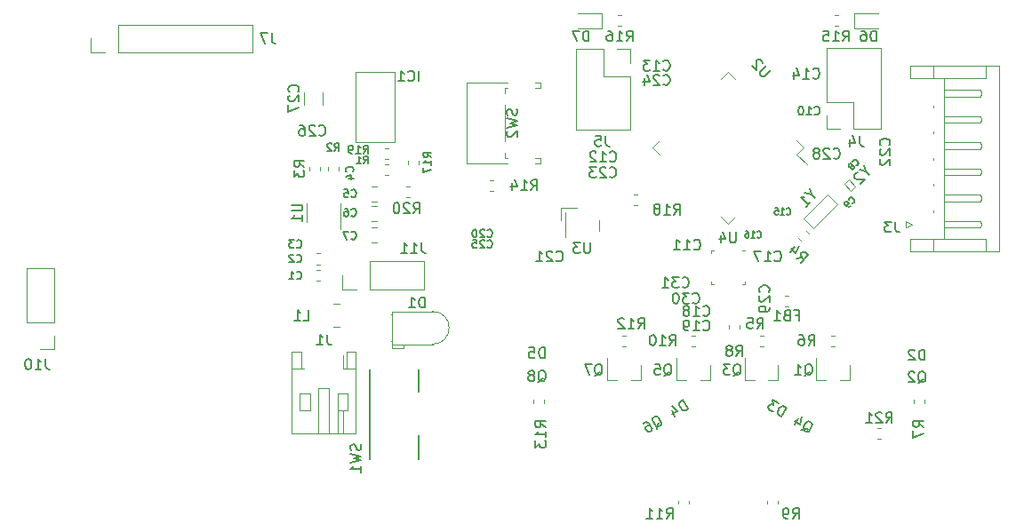
<source format=gbo>
G04 #@! TF.GenerationSoftware,KiCad,Pcbnew,5.1.7-a382d34a8~88~ubuntu18.04.1*
G04 #@! TF.CreationDate,2021-01-25T19:44:07+09:00*
G04 #@! TF.ProjectId,m5mouse,6d356d6f-7573-4652-9e6b-696361645f70,rev?*
G04 #@! TF.SameCoordinates,Original*
G04 #@! TF.FileFunction,Legend,Bot*
G04 #@! TF.FilePolarity,Positive*
%FSLAX46Y46*%
G04 Gerber Fmt 4.6, Leading zero omitted, Abs format (unit mm)*
G04 Created by KiCad (PCBNEW 5.1.7-a382d34a8~88~ubuntu18.04.1) date 2021-01-25 19:44:07*
%MOMM*%
%LPD*%
G01*
G04 APERTURE LIST*
%ADD10C,0.120000*%
%ADD11C,0.150000*%
G04 APERTURE END LIST*
D10*
X172300000Y-92235000D02*
X170015000Y-92235000D01*
X170015000Y-92235000D02*
X170015000Y-90765000D01*
X170015000Y-90765000D02*
X172300000Y-90765000D01*
X143700000Y-90765000D02*
X145985000Y-90765000D01*
X145985000Y-90765000D02*
X145985000Y-92235000D01*
X145985000Y-92235000D02*
X143700000Y-92235000D01*
X122550000Y-103050000D02*
X126250000Y-103050000D01*
X122550000Y-96350000D02*
X122550000Y-103050000D01*
X126250000Y-96350000D02*
X122550000Y-96350000D01*
X126250000Y-103050000D02*
X126250000Y-96350000D01*
X167370000Y-101830000D02*
X168700000Y-101830000D01*
X167370000Y-100500000D02*
X167370000Y-101830000D01*
X169970000Y-101830000D02*
X172570000Y-101830000D01*
X169970000Y-99230000D02*
X169970000Y-101830000D01*
X167370000Y-99230000D02*
X169970000Y-99230000D01*
X172570000Y-101830000D02*
X172570000Y-94090000D01*
X167370000Y-99230000D02*
X167370000Y-94090000D01*
X167370000Y-94090000D02*
X172570000Y-94090000D01*
X148730000Y-101910000D02*
X143530000Y-101910000D01*
X148730000Y-96770000D02*
X148730000Y-101910000D01*
X143530000Y-94170000D02*
X143530000Y-101910000D01*
X148730000Y-96770000D02*
X146130000Y-96770000D01*
X146130000Y-96770000D02*
X146130000Y-94170000D01*
X146130000Y-94170000D02*
X143530000Y-94170000D01*
X148730000Y-95500000D02*
X148730000Y-94170000D01*
X148730000Y-94170000D02*
X147400000Y-94170000D01*
X99920000Y-91870000D02*
X99920000Y-94530000D01*
X99920000Y-91870000D02*
X112680000Y-91870000D01*
X112680000Y-91870000D02*
X112680000Y-94530000D01*
X99920000Y-94530000D02*
X112680000Y-94530000D01*
X97320000Y-94530000D02*
X98650000Y-94530000D01*
X97320000Y-93200000D02*
X97320000Y-94530000D01*
X120438748Y-120710000D02*
X120961252Y-120710000D01*
X120438748Y-118490000D02*
X120961252Y-118490000D01*
X169580000Y-125760000D02*
X168650000Y-125760000D01*
X166420000Y-125760000D02*
X167350000Y-125760000D01*
X166420000Y-125760000D02*
X166420000Y-123600000D01*
X169580000Y-125760000D02*
X169580000Y-124300000D01*
X162780000Y-125760000D02*
X162780000Y-124300000D01*
X159620000Y-125760000D02*
X159620000Y-123600000D01*
X159620000Y-125760000D02*
X160550000Y-125760000D01*
X162780000Y-125760000D02*
X161850000Y-125760000D01*
X156280000Y-125760000D02*
X155350000Y-125760000D01*
X153120000Y-125760000D02*
X154050000Y-125760000D01*
X153120000Y-125760000D02*
X153120000Y-123600000D01*
X156280000Y-125760000D02*
X156280000Y-124300000D01*
X149680000Y-125760000D02*
X149680000Y-124300000D01*
X146520000Y-125760000D02*
X146520000Y-123600000D01*
X146520000Y-125760000D02*
X147450000Y-125760000D01*
X149680000Y-125760000D02*
X148750000Y-125760000D01*
X125662779Y-106210000D02*
X125337221Y-106210000D01*
X125662779Y-105190000D02*
X125337221Y-105190000D01*
X119890000Y-105437221D02*
X119890000Y-105762779D01*
X120910000Y-105437221D02*
X120910000Y-105762779D01*
X118090000Y-105762779D02*
X118090000Y-105437221D01*
X119110000Y-105762779D02*
X119110000Y-105437221D01*
X164724273Y-112245522D02*
X164954478Y-112475727D01*
X165445522Y-111524273D02*
X165675727Y-111754478D01*
X158072000Y-120858779D02*
X158072000Y-120533221D01*
X159092000Y-120858779D02*
X159092000Y-120533221D01*
X167837221Y-122510000D02*
X168162779Y-122510000D01*
X167837221Y-121490000D02*
X168162779Y-121490000D01*
X175690000Y-127637221D02*
X175690000Y-127962779D01*
X176710000Y-127637221D02*
X176710000Y-127962779D01*
X161037221Y-121490000D02*
X161362779Y-121490000D01*
X161037221Y-122510000D02*
X161362779Y-122510000D01*
X161690000Y-137237221D02*
X161690000Y-137562779D01*
X162710000Y-137237221D02*
X162710000Y-137562779D01*
X154537221Y-121490000D02*
X154862779Y-121490000D01*
X154537221Y-122510000D02*
X154862779Y-122510000D01*
X153290000Y-137237221D02*
X153290000Y-137562779D01*
X154310000Y-137237221D02*
X154310000Y-137562779D01*
X147937221Y-121490000D02*
X148262779Y-121490000D01*
X147937221Y-122510000D02*
X148262779Y-122510000D01*
X139490000Y-127637221D02*
X139490000Y-127962779D01*
X140510000Y-127637221D02*
X140510000Y-127962779D01*
X135337221Y-106690000D02*
X135662779Y-106690000D01*
X135337221Y-107710000D02*
X135662779Y-107710000D01*
X168462779Y-90990000D02*
X168137221Y-90990000D01*
X168462779Y-92010000D02*
X168137221Y-92010000D01*
X147537221Y-90990000D02*
X147862779Y-90990000D01*
X147537221Y-92010000D02*
X147862779Y-92010000D01*
X128510000Y-105162779D02*
X128510000Y-104837221D01*
X127490000Y-105162779D02*
X127490000Y-104837221D01*
X149362779Y-109110000D02*
X149037221Y-109110000D01*
X149362779Y-108090000D02*
X149037221Y-108090000D01*
X125662779Y-104710000D02*
X125337221Y-104710000D01*
X125662779Y-103690000D02*
X125337221Y-103690000D01*
X127337221Y-108310000D02*
X127662779Y-108310000D01*
X127337221Y-107290000D02*
X127662779Y-107290000D01*
X117890000Y-110700000D02*
X117890000Y-108900000D01*
X121110000Y-108900000D02*
X121110000Y-111350000D01*
X151445120Y-104271751D02*
X150773369Y-103600000D01*
X150773369Y-103600000D02*
X151445120Y-102928249D01*
X157328249Y-110154880D02*
X158000000Y-110826631D01*
X158000000Y-110826631D02*
X158671751Y-110154880D01*
X158671751Y-97045120D02*
X158000000Y-96373369D01*
X158000000Y-96373369D02*
X157328249Y-97045120D01*
X164554880Y-102928249D02*
X165226631Y-103600000D01*
X165226631Y-103600000D02*
X164554880Y-104271751D01*
X164554880Y-104271751D02*
X165502403Y-105219275D01*
X142480000Y-109750000D02*
X142480000Y-112120000D01*
X145720000Y-111500000D02*
X145720000Y-110500000D01*
X142100000Y-109300000D02*
X142100000Y-110500000D01*
X143600000Y-109300000D02*
X142100000Y-109300000D01*
X168400000Y-109000000D02*
X167480761Y-108080761D01*
X167480761Y-108080761D02*
X165218019Y-110343503D01*
X165218019Y-110343503D02*
X166137258Y-111262742D01*
X166137258Y-111262742D02*
X168400000Y-109000000D01*
X159360000Y-113390000D02*
X159610000Y-113390000D01*
X156390000Y-116610000D02*
X156390000Y-116360000D01*
X156640000Y-116610000D02*
X156390000Y-116610000D01*
X159610000Y-116610000D02*
X159610000Y-116360000D01*
X159360000Y-116610000D02*
X159610000Y-116610000D01*
X156390000Y-113390000D02*
X156390000Y-113640000D01*
X156640000Y-113390000D02*
X156390000Y-113390000D01*
X118822221Y-115290000D02*
X119147779Y-115290000D01*
X118822221Y-116310000D02*
X119147779Y-116310000D01*
X118837221Y-114710000D02*
X119162779Y-114710000D01*
X118837221Y-113690000D02*
X119162779Y-113690000D01*
X124041422Y-107290000D02*
X124558578Y-107290000D01*
X124041422Y-108710000D02*
X124558578Y-108710000D01*
X124041422Y-110610000D02*
X124558578Y-110610000D01*
X124041422Y-109190000D02*
X124558578Y-109190000D01*
X124041422Y-111190000D02*
X124558578Y-111190000D01*
X124041422Y-112610000D02*
X124558578Y-112610000D01*
X119410000Y-98297936D02*
X119410000Y-99502064D01*
X117590000Y-98297936D02*
X117590000Y-99502064D01*
X125880000Y-122040000D02*
X125880000Y-122040000D01*
X126010000Y-122040000D02*
X125880000Y-122040000D01*
X126010000Y-122040000D02*
X126010000Y-122040000D01*
X125880000Y-122040000D02*
X126010000Y-122040000D01*
X125880000Y-119500000D02*
X125880000Y-119500000D01*
X126010000Y-119500000D02*
X125880000Y-119500000D01*
X126010000Y-119500000D02*
X126010000Y-119500000D01*
X125880000Y-119500000D02*
X126010000Y-119500000D01*
X126010000Y-122330000D02*
X126010000Y-122730000D01*
X127130000Y-122330000D02*
X126010000Y-122330000D01*
X127130000Y-122730000D02*
X127130000Y-122330000D01*
X126010000Y-122730000D02*
X127130000Y-122730000D01*
X126010000Y-119210000D02*
X126010000Y-122330000D01*
X126010000Y-122330000D02*
X129870000Y-122330000D01*
X126010000Y-119210000D02*
X129870000Y-119210000D01*
X129870000Y-122330000D02*
G75*
G03*
X129870000Y-119210000I0J1560000D01*
G01*
X172571267Y-131310000D02*
X172228733Y-131310000D01*
X172571267Y-130290000D02*
X172228733Y-130290000D01*
X177590000Y-112290000D02*
X175390000Y-112290000D01*
X175390000Y-112290000D02*
X175390000Y-113510000D01*
X175390000Y-113510000D02*
X183810000Y-113510000D01*
X183810000Y-113510000D02*
X183810000Y-95790000D01*
X183810000Y-95790000D02*
X175390000Y-95790000D01*
X175390000Y-95790000D02*
X175390000Y-97010000D01*
X175390000Y-97010000D02*
X177590000Y-97010000D01*
X182590000Y-113510000D02*
X182590000Y-112290000D01*
X182590000Y-112290000D02*
X177590000Y-112290000D01*
X177590000Y-112290000D02*
X177590000Y-113510000D01*
X182590000Y-95790000D02*
X182590000Y-97010000D01*
X182590000Y-97010000D02*
X177590000Y-97010000D01*
X177590000Y-97010000D02*
X177590000Y-95790000D01*
X178590000Y-112290000D02*
X178590000Y-97010000D01*
X178590000Y-110900000D02*
X178590000Y-111220000D01*
X178590000Y-111220000D02*
X182010000Y-111220000D01*
X182010000Y-111220000D02*
X182090000Y-110900000D01*
X182090000Y-110900000D02*
X182010000Y-110580000D01*
X182010000Y-110580000D02*
X178590000Y-110580000D01*
X178590000Y-110580000D02*
X178590000Y-110900000D01*
X177590000Y-109730000D02*
X177590000Y-109570000D01*
X178590000Y-108400000D02*
X178590000Y-108720000D01*
X178590000Y-108720000D02*
X182010000Y-108720000D01*
X182010000Y-108720000D02*
X182090000Y-108400000D01*
X182090000Y-108400000D02*
X182010000Y-108080000D01*
X182010000Y-108080000D02*
X178590000Y-108080000D01*
X178590000Y-108080000D02*
X178590000Y-108400000D01*
X177590000Y-107230000D02*
X177590000Y-107070000D01*
X178590000Y-105900000D02*
X178590000Y-106220000D01*
X178590000Y-106220000D02*
X182010000Y-106220000D01*
X182010000Y-106220000D02*
X182090000Y-105900000D01*
X182090000Y-105900000D02*
X182010000Y-105580000D01*
X182010000Y-105580000D02*
X178590000Y-105580000D01*
X178590000Y-105580000D02*
X178590000Y-105900000D01*
X177590000Y-104730000D02*
X177590000Y-104570000D01*
X178590000Y-103400000D02*
X178590000Y-103720000D01*
X178590000Y-103720000D02*
X182010000Y-103720000D01*
X182010000Y-103720000D02*
X182090000Y-103400000D01*
X182090000Y-103400000D02*
X182010000Y-103080000D01*
X182010000Y-103080000D02*
X178590000Y-103080000D01*
X178590000Y-103080000D02*
X178590000Y-103400000D01*
X177590000Y-102230000D02*
X177590000Y-102070000D01*
X178590000Y-100900000D02*
X178590000Y-101220000D01*
X178590000Y-101220000D02*
X182010000Y-101220000D01*
X182010000Y-101220000D02*
X182090000Y-100900000D01*
X182090000Y-100900000D02*
X182010000Y-100580000D01*
X182010000Y-100580000D02*
X178590000Y-100580000D01*
X178590000Y-100580000D02*
X178590000Y-100900000D01*
X177590000Y-99730000D02*
X177590000Y-99570000D01*
X178590000Y-98400000D02*
X178590000Y-98720000D01*
X178590000Y-98720000D02*
X182010000Y-98720000D01*
X182010000Y-98720000D02*
X182090000Y-98400000D01*
X182090000Y-98400000D02*
X182010000Y-98080000D01*
X182010000Y-98080000D02*
X178590000Y-98080000D01*
X178590000Y-98080000D02*
X178590000Y-98400000D01*
X175500000Y-110900000D02*
X174900000Y-111200000D01*
X174900000Y-111200000D02*
X174900000Y-110600000D01*
X174900000Y-110600000D02*
X175500000Y-110900000D01*
X170148008Y-107323744D02*
X169476256Y-106651992D01*
X169476256Y-106651992D02*
X169051992Y-107076256D01*
X169051992Y-107076256D02*
X169723744Y-107748008D01*
X169723744Y-107748008D02*
X170148008Y-107323744D01*
X163437221Y-117690000D02*
X163762779Y-117690000D01*
X163437221Y-118710000D02*
X163762779Y-118710000D01*
D11*
X128500000Y-131000000D02*
X128500000Y-133300000D01*
X128500000Y-124700000D02*
X128500000Y-126900000D01*
X123900000Y-124700000D02*
X123900000Y-133300000D01*
D10*
X136770000Y-99550000D02*
X136770000Y-102950000D01*
X136770000Y-97910000D02*
X136770000Y-98450000D01*
X139600000Y-105110000D02*
X140110000Y-105110000D01*
X140110000Y-104590000D02*
X140110000Y-105110000D01*
X139600000Y-104590000D02*
X140110000Y-104590000D01*
X136770000Y-104050000D02*
X136770000Y-104590000D01*
X139600000Y-97390000D02*
X140110000Y-97390000D01*
X139600000Y-97910000D02*
X140110000Y-97910000D01*
X136770000Y-104590000D02*
X137000000Y-104590000D01*
X133100000Y-97390000D02*
X137000000Y-97390000D01*
X140110000Y-97390000D02*
X140110000Y-97910000D01*
X133100000Y-105110000D02*
X137000000Y-105110000D01*
X133100000Y-97390000D02*
X133100000Y-105110000D01*
X136770000Y-97910000D02*
X137000000Y-97910000D01*
X121360000Y-124640000D02*
X121360000Y-123425000D01*
X121300000Y-128600000D02*
X121300000Y-130860000D01*
X120800000Y-128600000D02*
X120800000Y-130860000D01*
X118200000Y-127000000D02*
X117200000Y-127000000D01*
X118200000Y-128600000D02*
X118200000Y-127000000D01*
X117200000Y-128600000D02*
X118200000Y-128600000D01*
X117200000Y-127000000D02*
X117200000Y-128600000D01*
X120800000Y-127000000D02*
X121800000Y-127000000D01*
X120800000Y-128600000D02*
X120800000Y-127000000D01*
X121800000Y-128600000D02*
X120800000Y-128600000D01*
X121800000Y-127000000D02*
X121800000Y-128600000D01*
X116440000Y-124640000D02*
X117360000Y-124640000D01*
X122560000Y-124640000D02*
X121640000Y-124640000D01*
X119000000Y-126500000D02*
X119000000Y-130860000D01*
X120000000Y-126500000D02*
X119000000Y-126500000D01*
X120000000Y-130860000D02*
X120000000Y-126500000D01*
X117360000Y-124640000D02*
X117640000Y-124640000D01*
X117360000Y-123040000D02*
X117360000Y-124640000D01*
X116440000Y-123040000D02*
X117360000Y-123040000D01*
X116440000Y-130860000D02*
X116440000Y-123040000D01*
X122560000Y-130860000D02*
X116440000Y-130860000D01*
X122560000Y-123040000D02*
X122560000Y-130860000D01*
X121640000Y-123040000D02*
X122560000Y-123040000D01*
X121640000Y-124640000D02*
X121640000Y-123040000D01*
X121360000Y-124640000D02*
X121640000Y-124640000D01*
X91170000Y-120230000D02*
X93830000Y-120230000D01*
X91170000Y-120230000D02*
X91170000Y-115090000D01*
X91170000Y-115090000D02*
X93830000Y-115090000D01*
X93830000Y-120230000D02*
X93830000Y-115090000D01*
X93830000Y-122830000D02*
X93830000Y-121500000D01*
X92500000Y-122830000D02*
X93830000Y-122830000D01*
X121270000Y-115750000D02*
X121270000Y-117080000D01*
X121270000Y-117080000D02*
X122600000Y-117080000D01*
X123870000Y-117080000D02*
X129010000Y-117080000D01*
X129010000Y-114420000D02*
X129010000Y-117080000D01*
X123870000Y-114420000D02*
X129010000Y-114420000D01*
X123870000Y-114420000D02*
X123870000Y-117080000D01*
D11*
X116925000Y-113067857D02*
X116960714Y-113103571D01*
X117067857Y-113139285D01*
X117139285Y-113139285D01*
X117246428Y-113103571D01*
X117317857Y-113032142D01*
X117353571Y-112960714D01*
X117389285Y-112817857D01*
X117389285Y-112710714D01*
X117353571Y-112567857D01*
X117317857Y-112496428D01*
X117246428Y-112425000D01*
X117139285Y-112389285D01*
X117067857Y-112389285D01*
X116960714Y-112425000D01*
X116925000Y-112460714D01*
X116675000Y-112389285D02*
X116210714Y-112389285D01*
X116460714Y-112675000D01*
X116353571Y-112675000D01*
X116282142Y-112710714D01*
X116246428Y-112746428D01*
X116210714Y-112817857D01*
X116210714Y-112996428D01*
X116246428Y-113067857D01*
X116282142Y-113103571D01*
X116353571Y-113139285D01*
X116567857Y-113139285D01*
X116639285Y-113103571D01*
X116675000Y-113067857D01*
X122267857Y-105875000D02*
X122303571Y-105839285D01*
X122339285Y-105732142D01*
X122339285Y-105660714D01*
X122303571Y-105553571D01*
X122232142Y-105482142D01*
X122160714Y-105446428D01*
X122017857Y-105410714D01*
X121910714Y-105410714D01*
X121767857Y-105446428D01*
X121696428Y-105482142D01*
X121625000Y-105553571D01*
X121589285Y-105660714D01*
X121589285Y-105732142D01*
X121625000Y-105839285D01*
X121660714Y-105875000D01*
X121839285Y-106517857D02*
X122339285Y-106517857D01*
X121553571Y-106339285D02*
X122089285Y-106160714D01*
X122089285Y-106625000D01*
X166224285Y-100407714D02*
X166262380Y-100445809D01*
X166376666Y-100483904D01*
X166452857Y-100483904D01*
X166567142Y-100445809D01*
X166643333Y-100369619D01*
X166681428Y-100293428D01*
X166719523Y-100141047D01*
X166719523Y-100026761D01*
X166681428Y-99874380D01*
X166643333Y-99798190D01*
X166567142Y-99722000D01*
X166452857Y-99683904D01*
X166376666Y-99683904D01*
X166262380Y-99722000D01*
X166224285Y-99760095D01*
X165462380Y-100483904D02*
X165919523Y-100483904D01*
X165690952Y-100483904D02*
X165690952Y-99683904D01*
X165767142Y-99798190D01*
X165843333Y-99874380D01*
X165919523Y-99912476D01*
X164967142Y-99683904D02*
X164890952Y-99683904D01*
X164814761Y-99722000D01*
X164776666Y-99760095D01*
X164738571Y-99836285D01*
X164700476Y-99988666D01*
X164700476Y-100179142D01*
X164738571Y-100331523D01*
X164776666Y-100407714D01*
X164814761Y-100445809D01*
X164890952Y-100483904D01*
X164967142Y-100483904D01*
X165043333Y-100445809D01*
X165081428Y-100407714D01*
X165119523Y-100331523D01*
X165157619Y-100179142D01*
X165157619Y-99988666D01*
X165119523Y-99836285D01*
X165081428Y-99760095D01*
X165043333Y-99722000D01*
X164967142Y-99683904D01*
X154742857Y-113257142D02*
X154790476Y-113304761D01*
X154933333Y-113352380D01*
X155028571Y-113352380D01*
X155171428Y-113304761D01*
X155266666Y-113209523D01*
X155314285Y-113114285D01*
X155361904Y-112923809D01*
X155361904Y-112780952D01*
X155314285Y-112590476D01*
X155266666Y-112495238D01*
X155171428Y-112400000D01*
X155028571Y-112352380D01*
X154933333Y-112352380D01*
X154790476Y-112400000D01*
X154742857Y-112447619D01*
X153790476Y-113352380D02*
X154361904Y-113352380D01*
X154076190Y-113352380D02*
X154076190Y-112352380D01*
X154171428Y-112495238D01*
X154266666Y-112590476D01*
X154361904Y-112638095D01*
X152838095Y-113352380D02*
X153409523Y-113352380D01*
X153123809Y-113352380D02*
X153123809Y-112352380D01*
X153219047Y-112495238D01*
X153314285Y-112590476D01*
X153409523Y-112638095D01*
X146742857Y-104857142D02*
X146790476Y-104904761D01*
X146933333Y-104952380D01*
X147028571Y-104952380D01*
X147171428Y-104904761D01*
X147266666Y-104809523D01*
X147314285Y-104714285D01*
X147361904Y-104523809D01*
X147361904Y-104380952D01*
X147314285Y-104190476D01*
X147266666Y-104095238D01*
X147171428Y-104000000D01*
X147028571Y-103952380D01*
X146933333Y-103952380D01*
X146790476Y-104000000D01*
X146742857Y-104047619D01*
X145790476Y-104952380D02*
X146361904Y-104952380D01*
X146076190Y-104952380D02*
X146076190Y-103952380D01*
X146171428Y-104095238D01*
X146266666Y-104190476D01*
X146361904Y-104238095D01*
X145409523Y-104047619D02*
X145361904Y-104000000D01*
X145266666Y-103952380D01*
X145028571Y-103952380D01*
X144933333Y-104000000D01*
X144885714Y-104047619D01*
X144838095Y-104142857D01*
X144838095Y-104238095D01*
X144885714Y-104380952D01*
X145457142Y-104952380D01*
X144838095Y-104952380D01*
X151842857Y-96157142D02*
X151890476Y-96204761D01*
X152033333Y-96252380D01*
X152128571Y-96252380D01*
X152271428Y-96204761D01*
X152366666Y-96109523D01*
X152414285Y-96014285D01*
X152461904Y-95823809D01*
X152461904Y-95680952D01*
X152414285Y-95490476D01*
X152366666Y-95395238D01*
X152271428Y-95300000D01*
X152128571Y-95252380D01*
X152033333Y-95252380D01*
X151890476Y-95300000D01*
X151842857Y-95347619D01*
X150890476Y-96252380D02*
X151461904Y-96252380D01*
X151176190Y-96252380D02*
X151176190Y-95252380D01*
X151271428Y-95395238D01*
X151366666Y-95490476D01*
X151461904Y-95538095D01*
X150557142Y-95252380D02*
X149938095Y-95252380D01*
X150271428Y-95633333D01*
X150128571Y-95633333D01*
X150033333Y-95680952D01*
X149985714Y-95728571D01*
X149938095Y-95823809D01*
X149938095Y-96061904D01*
X149985714Y-96157142D01*
X150033333Y-96204761D01*
X150128571Y-96252380D01*
X150414285Y-96252380D01*
X150509523Y-96204761D01*
X150557142Y-96157142D01*
X166098857Y-96923142D02*
X166146476Y-96970761D01*
X166289333Y-97018380D01*
X166384571Y-97018380D01*
X166527428Y-96970761D01*
X166622666Y-96875523D01*
X166670285Y-96780285D01*
X166717904Y-96589809D01*
X166717904Y-96446952D01*
X166670285Y-96256476D01*
X166622666Y-96161238D01*
X166527428Y-96066000D01*
X166384571Y-96018380D01*
X166289333Y-96018380D01*
X166146476Y-96066000D01*
X166098857Y-96113619D01*
X165146476Y-97018380D02*
X165717904Y-97018380D01*
X165432190Y-97018380D02*
X165432190Y-96018380D01*
X165527428Y-96161238D01*
X165622666Y-96256476D01*
X165717904Y-96304095D01*
X164289333Y-96351714D02*
X164289333Y-97018380D01*
X164527428Y-95970761D02*
X164765523Y-96685047D01*
X164146476Y-96685047D01*
X163585714Y-109914285D02*
X163614285Y-109942857D01*
X163700000Y-109971428D01*
X163757142Y-109971428D01*
X163842857Y-109942857D01*
X163900000Y-109885714D01*
X163928571Y-109828571D01*
X163957142Y-109714285D01*
X163957142Y-109628571D01*
X163928571Y-109514285D01*
X163900000Y-109457142D01*
X163842857Y-109400000D01*
X163757142Y-109371428D01*
X163700000Y-109371428D01*
X163614285Y-109400000D01*
X163585714Y-109428571D01*
X163014285Y-109971428D02*
X163357142Y-109971428D01*
X163185714Y-109971428D02*
X163185714Y-109371428D01*
X163242857Y-109457142D01*
X163300000Y-109514285D01*
X163357142Y-109542857D01*
X162471428Y-109371428D02*
X162757142Y-109371428D01*
X162785714Y-109657142D01*
X162757142Y-109628571D01*
X162700000Y-109600000D01*
X162557142Y-109600000D01*
X162500000Y-109628571D01*
X162471428Y-109657142D01*
X162442857Y-109714285D01*
X162442857Y-109857142D01*
X162471428Y-109914285D01*
X162500000Y-109942857D01*
X162557142Y-109971428D01*
X162700000Y-109971428D01*
X162757142Y-109942857D01*
X162785714Y-109914285D01*
X160785714Y-112114285D02*
X160814285Y-112142857D01*
X160900000Y-112171428D01*
X160957142Y-112171428D01*
X161042857Y-112142857D01*
X161100000Y-112085714D01*
X161128571Y-112028571D01*
X161157142Y-111914285D01*
X161157142Y-111828571D01*
X161128571Y-111714285D01*
X161100000Y-111657142D01*
X161042857Y-111600000D01*
X160957142Y-111571428D01*
X160900000Y-111571428D01*
X160814285Y-111600000D01*
X160785714Y-111628571D01*
X160214285Y-112171428D02*
X160557142Y-112171428D01*
X160385714Y-112171428D02*
X160385714Y-111571428D01*
X160442857Y-111657142D01*
X160500000Y-111714285D01*
X160557142Y-111742857D01*
X159700000Y-111571428D02*
X159814285Y-111571428D01*
X159871428Y-111600000D01*
X159900000Y-111628571D01*
X159957142Y-111714285D01*
X159985714Y-111828571D01*
X159985714Y-112057142D01*
X159957142Y-112114285D01*
X159928571Y-112142857D01*
X159871428Y-112171428D01*
X159757142Y-112171428D01*
X159700000Y-112142857D01*
X159671428Y-112114285D01*
X159642857Y-112057142D01*
X159642857Y-111914285D01*
X159671428Y-111857142D01*
X159700000Y-111828571D01*
X159757142Y-111800000D01*
X159871428Y-111800000D01*
X159928571Y-111828571D01*
X159957142Y-111857142D01*
X159985714Y-111914285D01*
X162442857Y-114357142D02*
X162490476Y-114404761D01*
X162633333Y-114452380D01*
X162728571Y-114452380D01*
X162871428Y-114404761D01*
X162966666Y-114309523D01*
X163014285Y-114214285D01*
X163061904Y-114023809D01*
X163061904Y-113880952D01*
X163014285Y-113690476D01*
X162966666Y-113595238D01*
X162871428Y-113500000D01*
X162728571Y-113452380D01*
X162633333Y-113452380D01*
X162490476Y-113500000D01*
X162442857Y-113547619D01*
X161490476Y-114452380D02*
X162061904Y-114452380D01*
X161776190Y-114452380D02*
X161776190Y-113452380D01*
X161871428Y-113595238D01*
X161966666Y-113690476D01*
X162061904Y-113738095D01*
X161157142Y-113452380D02*
X160490476Y-113452380D01*
X160919047Y-114452380D01*
X155642857Y-119557142D02*
X155690476Y-119604761D01*
X155833333Y-119652380D01*
X155928571Y-119652380D01*
X156071428Y-119604761D01*
X156166666Y-119509523D01*
X156214285Y-119414285D01*
X156261904Y-119223809D01*
X156261904Y-119080952D01*
X156214285Y-118890476D01*
X156166666Y-118795238D01*
X156071428Y-118700000D01*
X155928571Y-118652380D01*
X155833333Y-118652380D01*
X155690476Y-118700000D01*
X155642857Y-118747619D01*
X154690476Y-119652380D02*
X155261904Y-119652380D01*
X154976190Y-119652380D02*
X154976190Y-118652380D01*
X155071428Y-118795238D01*
X155166666Y-118890476D01*
X155261904Y-118938095D01*
X154119047Y-119080952D02*
X154214285Y-119033333D01*
X154261904Y-118985714D01*
X154309523Y-118890476D01*
X154309523Y-118842857D01*
X154261904Y-118747619D01*
X154214285Y-118700000D01*
X154119047Y-118652380D01*
X153928571Y-118652380D01*
X153833333Y-118700000D01*
X153785714Y-118747619D01*
X153738095Y-118842857D01*
X153738095Y-118890476D01*
X153785714Y-118985714D01*
X153833333Y-119033333D01*
X153928571Y-119080952D01*
X154119047Y-119080952D01*
X154214285Y-119128571D01*
X154261904Y-119176190D01*
X154309523Y-119271428D01*
X154309523Y-119461904D01*
X154261904Y-119557142D01*
X154214285Y-119604761D01*
X154119047Y-119652380D01*
X153928571Y-119652380D01*
X153833333Y-119604761D01*
X153785714Y-119557142D01*
X153738095Y-119461904D01*
X153738095Y-119271428D01*
X153785714Y-119176190D01*
X153833333Y-119128571D01*
X153928571Y-119080952D01*
X155642857Y-120957142D02*
X155690476Y-121004761D01*
X155833333Y-121052380D01*
X155928571Y-121052380D01*
X156071428Y-121004761D01*
X156166666Y-120909523D01*
X156214285Y-120814285D01*
X156261904Y-120623809D01*
X156261904Y-120480952D01*
X156214285Y-120290476D01*
X156166666Y-120195238D01*
X156071428Y-120100000D01*
X155928571Y-120052380D01*
X155833333Y-120052380D01*
X155690476Y-120100000D01*
X155642857Y-120147619D01*
X154690476Y-121052380D02*
X155261904Y-121052380D01*
X154976190Y-121052380D02*
X154976190Y-120052380D01*
X155071428Y-120195238D01*
X155166666Y-120290476D01*
X155261904Y-120338095D01*
X154214285Y-121052380D02*
X154023809Y-121052380D01*
X153928571Y-121004761D01*
X153880952Y-120957142D01*
X153785714Y-120814285D01*
X153738095Y-120623809D01*
X153738095Y-120242857D01*
X153785714Y-120147619D01*
X153833333Y-120100000D01*
X153928571Y-120052380D01*
X154119047Y-120052380D01*
X154214285Y-120100000D01*
X154261904Y-120147619D01*
X154309523Y-120242857D01*
X154309523Y-120480952D01*
X154261904Y-120576190D01*
X154214285Y-120623809D01*
X154119047Y-120671428D01*
X153928571Y-120671428D01*
X153833333Y-120623809D01*
X153785714Y-120576190D01*
X153738095Y-120480952D01*
X135082142Y-112067857D02*
X135117857Y-112103571D01*
X135225000Y-112139285D01*
X135296428Y-112139285D01*
X135403571Y-112103571D01*
X135475000Y-112032142D01*
X135510714Y-111960714D01*
X135546428Y-111817857D01*
X135546428Y-111710714D01*
X135510714Y-111567857D01*
X135475000Y-111496428D01*
X135403571Y-111425000D01*
X135296428Y-111389285D01*
X135225000Y-111389285D01*
X135117857Y-111425000D01*
X135082142Y-111460714D01*
X134796428Y-111460714D02*
X134760714Y-111425000D01*
X134689285Y-111389285D01*
X134510714Y-111389285D01*
X134439285Y-111425000D01*
X134403571Y-111460714D01*
X134367857Y-111532142D01*
X134367857Y-111603571D01*
X134403571Y-111710714D01*
X134832142Y-112139285D01*
X134367857Y-112139285D01*
X133903571Y-111389285D02*
X133832142Y-111389285D01*
X133760714Y-111425000D01*
X133725000Y-111460714D01*
X133689285Y-111532142D01*
X133653571Y-111675000D01*
X133653571Y-111853571D01*
X133689285Y-111996428D01*
X133725000Y-112067857D01*
X133760714Y-112103571D01*
X133832142Y-112139285D01*
X133903571Y-112139285D01*
X133975000Y-112103571D01*
X134010714Y-112067857D01*
X134046428Y-111996428D01*
X134082142Y-111853571D01*
X134082142Y-111675000D01*
X134046428Y-111532142D01*
X134010714Y-111460714D01*
X133975000Y-111425000D01*
X133903571Y-111389285D01*
X141642857Y-114357142D02*
X141690476Y-114404761D01*
X141833333Y-114452380D01*
X141928571Y-114452380D01*
X142071428Y-114404761D01*
X142166666Y-114309523D01*
X142214285Y-114214285D01*
X142261904Y-114023809D01*
X142261904Y-113880952D01*
X142214285Y-113690476D01*
X142166666Y-113595238D01*
X142071428Y-113500000D01*
X141928571Y-113452380D01*
X141833333Y-113452380D01*
X141690476Y-113500000D01*
X141642857Y-113547619D01*
X141261904Y-113547619D02*
X141214285Y-113500000D01*
X141119047Y-113452380D01*
X140880952Y-113452380D01*
X140785714Y-113500000D01*
X140738095Y-113547619D01*
X140690476Y-113642857D01*
X140690476Y-113738095D01*
X140738095Y-113880952D01*
X141309523Y-114452380D01*
X140690476Y-114452380D01*
X139738095Y-114452380D02*
X140309523Y-114452380D01*
X140023809Y-114452380D02*
X140023809Y-113452380D01*
X140119047Y-113595238D01*
X140214285Y-113690476D01*
X140309523Y-113738095D01*
X173357142Y-103357142D02*
X173404761Y-103309523D01*
X173452380Y-103166666D01*
X173452380Y-103071428D01*
X173404761Y-102928571D01*
X173309523Y-102833333D01*
X173214285Y-102785714D01*
X173023809Y-102738095D01*
X172880952Y-102738095D01*
X172690476Y-102785714D01*
X172595238Y-102833333D01*
X172500000Y-102928571D01*
X172452380Y-103071428D01*
X172452380Y-103166666D01*
X172500000Y-103309523D01*
X172547619Y-103357142D01*
X172547619Y-103738095D02*
X172500000Y-103785714D01*
X172452380Y-103880952D01*
X172452380Y-104119047D01*
X172500000Y-104214285D01*
X172547619Y-104261904D01*
X172642857Y-104309523D01*
X172738095Y-104309523D01*
X172880952Y-104261904D01*
X173452380Y-103690476D01*
X173452380Y-104309523D01*
X172547619Y-104690476D02*
X172500000Y-104738095D01*
X172452380Y-104833333D01*
X172452380Y-105071428D01*
X172500000Y-105166666D01*
X172547619Y-105214285D01*
X172642857Y-105261904D01*
X172738095Y-105261904D01*
X172880952Y-105214285D01*
X173452380Y-104642857D01*
X173452380Y-105261904D01*
X146727857Y-106357142D02*
X146775476Y-106404761D01*
X146918333Y-106452380D01*
X147013571Y-106452380D01*
X147156428Y-106404761D01*
X147251666Y-106309523D01*
X147299285Y-106214285D01*
X147346904Y-106023809D01*
X147346904Y-105880952D01*
X147299285Y-105690476D01*
X147251666Y-105595238D01*
X147156428Y-105500000D01*
X147013571Y-105452380D01*
X146918333Y-105452380D01*
X146775476Y-105500000D01*
X146727857Y-105547619D01*
X146346904Y-105547619D02*
X146299285Y-105500000D01*
X146204047Y-105452380D01*
X145965952Y-105452380D01*
X145870714Y-105500000D01*
X145823095Y-105547619D01*
X145775476Y-105642857D01*
X145775476Y-105738095D01*
X145823095Y-105880952D01*
X146394523Y-106452380D01*
X145775476Y-106452380D01*
X145442142Y-105452380D02*
X144823095Y-105452380D01*
X145156428Y-105833333D01*
X145013571Y-105833333D01*
X144918333Y-105880952D01*
X144870714Y-105928571D01*
X144823095Y-106023809D01*
X144823095Y-106261904D01*
X144870714Y-106357142D01*
X144918333Y-106404761D01*
X145013571Y-106452380D01*
X145299285Y-106452380D01*
X145394523Y-106404761D01*
X145442142Y-106357142D01*
X151842857Y-97557142D02*
X151890476Y-97604761D01*
X152033333Y-97652380D01*
X152128571Y-97652380D01*
X152271428Y-97604761D01*
X152366666Y-97509523D01*
X152414285Y-97414285D01*
X152461904Y-97223809D01*
X152461904Y-97080952D01*
X152414285Y-96890476D01*
X152366666Y-96795238D01*
X152271428Y-96700000D01*
X152128571Y-96652380D01*
X152033333Y-96652380D01*
X151890476Y-96700000D01*
X151842857Y-96747619D01*
X151461904Y-96747619D02*
X151414285Y-96700000D01*
X151319047Y-96652380D01*
X151080952Y-96652380D01*
X150985714Y-96700000D01*
X150938095Y-96747619D01*
X150890476Y-96842857D01*
X150890476Y-96938095D01*
X150938095Y-97080952D01*
X151509523Y-97652380D01*
X150890476Y-97652380D01*
X150033333Y-96985714D02*
X150033333Y-97652380D01*
X150271428Y-96604761D02*
X150509523Y-97319047D01*
X149890476Y-97319047D01*
X135082142Y-113067857D02*
X135117857Y-113103571D01*
X135225000Y-113139285D01*
X135296428Y-113139285D01*
X135403571Y-113103571D01*
X135475000Y-113032142D01*
X135510714Y-112960714D01*
X135546428Y-112817857D01*
X135546428Y-112710714D01*
X135510714Y-112567857D01*
X135475000Y-112496428D01*
X135403571Y-112425000D01*
X135296428Y-112389285D01*
X135225000Y-112389285D01*
X135117857Y-112425000D01*
X135082142Y-112460714D01*
X134796428Y-112460714D02*
X134760714Y-112425000D01*
X134689285Y-112389285D01*
X134510714Y-112389285D01*
X134439285Y-112425000D01*
X134403571Y-112460714D01*
X134367857Y-112532142D01*
X134367857Y-112603571D01*
X134403571Y-112710714D01*
X134832142Y-113139285D01*
X134367857Y-113139285D01*
X133689285Y-112389285D02*
X134046428Y-112389285D01*
X134082142Y-112746428D01*
X134046428Y-112710714D01*
X133975000Y-112675000D01*
X133796428Y-112675000D01*
X133725000Y-112710714D01*
X133689285Y-112746428D01*
X133653571Y-112817857D01*
X133653571Y-112996428D01*
X133689285Y-113067857D01*
X133725000Y-113103571D01*
X133796428Y-113139285D01*
X133975000Y-113139285D01*
X134046428Y-113103571D01*
X134082142Y-113067857D01*
X119042857Y-102357142D02*
X119090476Y-102404761D01*
X119233333Y-102452380D01*
X119328571Y-102452380D01*
X119471428Y-102404761D01*
X119566666Y-102309523D01*
X119614285Y-102214285D01*
X119661904Y-102023809D01*
X119661904Y-101880952D01*
X119614285Y-101690476D01*
X119566666Y-101595238D01*
X119471428Y-101500000D01*
X119328571Y-101452380D01*
X119233333Y-101452380D01*
X119090476Y-101500000D01*
X119042857Y-101547619D01*
X118661904Y-101547619D02*
X118614285Y-101500000D01*
X118519047Y-101452380D01*
X118280952Y-101452380D01*
X118185714Y-101500000D01*
X118138095Y-101547619D01*
X118090476Y-101642857D01*
X118090476Y-101738095D01*
X118138095Y-101880952D01*
X118709523Y-102452380D01*
X118090476Y-102452380D01*
X117233333Y-101452380D02*
X117423809Y-101452380D01*
X117519047Y-101500000D01*
X117566666Y-101547619D01*
X117661904Y-101690476D01*
X117709523Y-101880952D01*
X117709523Y-102261904D01*
X117661904Y-102357142D01*
X117614285Y-102404761D01*
X117519047Y-102452380D01*
X117328571Y-102452380D01*
X117233333Y-102404761D01*
X117185714Y-102357142D01*
X117138095Y-102261904D01*
X117138095Y-102023809D01*
X117185714Y-101928571D01*
X117233333Y-101880952D01*
X117328571Y-101833333D01*
X117519047Y-101833333D01*
X117614285Y-101880952D01*
X117661904Y-101928571D01*
X117709523Y-102023809D01*
X168042857Y-104557142D02*
X168090476Y-104604761D01*
X168233333Y-104652380D01*
X168328571Y-104652380D01*
X168471428Y-104604761D01*
X168566666Y-104509523D01*
X168614285Y-104414285D01*
X168661904Y-104223809D01*
X168661904Y-104080952D01*
X168614285Y-103890476D01*
X168566666Y-103795238D01*
X168471428Y-103700000D01*
X168328571Y-103652380D01*
X168233333Y-103652380D01*
X168090476Y-103700000D01*
X168042857Y-103747619D01*
X167661904Y-103747619D02*
X167614285Y-103700000D01*
X167519047Y-103652380D01*
X167280952Y-103652380D01*
X167185714Y-103700000D01*
X167138095Y-103747619D01*
X167090476Y-103842857D01*
X167090476Y-103938095D01*
X167138095Y-104080952D01*
X167709523Y-104652380D01*
X167090476Y-104652380D01*
X166519047Y-104080952D02*
X166614285Y-104033333D01*
X166661904Y-103985714D01*
X166709523Y-103890476D01*
X166709523Y-103842857D01*
X166661904Y-103747619D01*
X166614285Y-103700000D01*
X166519047Y-103652380D01*
X166328571Y-103652380D01*
X166233333Y-103700000D01*
X166185714Y-103747619D01*
X166138095Y-103842857D01*
X166138095Y-103890476D01*
X166185714Y-103985714D01*
X166233333Y-104033333D01*
X166328571Y-104080952D01*
X166519047Y-104080952D01*
X166614285Y-104128571D01*
X166661904Y-104176190D01*
X166709523Y-104271428D01*
X166709523Y-104461904D01*
X166661904Y-104557142D01*
X166614285Y-104604761D01*
X166519047Y-104652380D01*
X166328571Y-104652380D01*
X166233333Y-104604761D01*
X166185714Y-104557142D01*
X166138095Y-104461904D01*
X166138095Y-104271428D01*
X166185714Y-104176190D01*
X166233333Y-104128571D01*
X166328571Y-104080952D01*
X172138095Y-93452380D02*
X172138095Y-92452380D01*
X171900000Y-92452380D01*
X171757142Y-92500000D01*
X171661904Y-92595238D01*
X171614285Y-92690476D01*
X171566666Y-92880952D01*
X171566666Y-93023809D01*
X171614285Y-93214285D01*
X171661904Y-93309523D01*
X171757142Y-93404761D01*
X171900000Y-93452380D01*
X172138095Y-93452380D01*
X170709523Y-92452380D02*
X170900000Y-92452380D01*
X170995238Y-92500000D01*
X171042857Y-92547619D01*
X171138095Y-92690476D01*
X171185714Y-92880952D01*
X171185714Y-93261904D01*
X171138095Y-93357142D01*
X171090476Y-93404761D01*
X170995238Y-93452380D01*
X170804761Y-93452380D01*
X170709523Y-93404761D01*
X170661904Y-93357142D01*
X170614285Y-93261904D01*
X170614285Y-93023809D01*
X170661904Y-92928571D01*
X170709523Y-92880952D01*
X170804761Y-92833333D01*
X170995238Y-92833333D01*
X171090476Y-92880952D01*
X171138095Y-92928571D01*
X171185714Y-93023809D01*
X144738095Y-93452380D02*
X144738095Y-92452380D01*
X144500000Y-92452380D01*
X144357142Y-92500000D01*
X144261904Y-92595238D01*
X144214285Y-92690476D01*
X144166666Y-92880952D01*
X144166666Y-93023809D01*
X144214285Y-93214285D01*
X144261904Y-93309523D01*
X144357142Y-93404761D01*
X144500000Y-93452380D01*
X144738095Y-93452380D01*
X143833333Y-92452380D02*
X143166666Y-92452380D01*
X143595238Y-93452380D01*
X128576190Y-97252380D02*
X128576190Y-96252380D01*
X127528571Y-97157142D02*
X127576190Y-97204761D01*
X127719047Y-97252380D01*
X127814285Y-97252380D01*
X127957142Y-97204761D01*
X128052380Y-97109523D01*
X128100000Y-97014285D01*
X128147619Y-96823809D01*
X128147619Y-96680952D01*
X128100000Y-96490476D01*
X128052380Y-96395238D01*
X127957142Y-96300000D01*
X127814285Y-96252380D01*
X127719047Y-96252380D01*
X127576190Y-96300000D01*
X127528571Y-96347619D01*
X126576190Y-97252380D02*
X127147619Y-97252380D01*
X126861904Y-97252380D02*
X126861904Y-96252380D01*
X126957142Y-96395238D01*
X127052380Y-96490476D01*
X127147619Y-96538095D01*
X170533333Y-102452380D02*
X170533333Y-103166666D01*
X170580952Y-103309523D01*
X170676190Y-103404761D01*
X170819047Y-103452380D01*
X170914285Y-103452380D01*
X169628571Y-102785714D02*
X169628571Y-103452380D01*
X169866666Y-102404761D02*
X170104761Y-103119047D01*
X169485714Y-103119047D01*
X146333333Y-102452380D02*
X146333333Y-103166666D01*
X146380952Y-103309523D01*
X146476190Y-103404761D01*
X146619047Y-103452380D01*
X146714285Y-103452380D01*
X145380952Y-102452380D02*
X145857142Y-102452380D01*
X145904761Y-102928571D01*
X145857142Y-102880952D01*
X145761904Y-102833333D01*
X145523809Y-102833333D01*
X145428571Y-102880952D01*
X145380952Y-102928571D01*
X145333333Y-103023809D01*
X145333333Y-103261904D01*
X145380952Y-103357142D01*
X145428571Y-103404761D01*
X145523809Y-103452380D01*
X145761904Y-103452380D01*
X145857142Y-103404761D01*
X145904761Y-103357142D01*
X114533333Y-92652380D02*
X114533333Y-93366666D01*
X114580952Y-93509523D01*
X114676190Y-93604761D01*
X114819047Y-93652380D01*
X114914285Y-93652380D01*
X114152380Y-92652380D02*
X113485714Y-92652380D01*
X113914285Y-93652380D01*
X117566666Y-120052380D02*
X118042857Y-120052380D01*
X118042857Y-119052380D01*
X116709523Y-120052380D02*
X117280952Y-120052380D01*
X116995238Y-120052380D02*
X116995238Y-119052380D01*
X117090476Y-119195238D01*
X117185714Y-119290476D01*
X117280952Y-119338095D01*
X165295238Y-125347619D02*
X165390476Y-125300000D01*
X165485714Y-125204761D01*
X165628571Y-125061904D01*
X165723809Y-125014285D01*
X165819047Y-125014285D01*
X165771428Y-125252380D02*
X165866666Y-125204761D01*
X165961904Y-125109523D01*
X166009523Y-124919047D01*
X166009523Y-124585714D01*
X165961904Y-124395238D01*
X165866666Y-124300000D01*
X165771428Y-124252380D01*
X165580952Y-124252380D01*
X165485714Y-124300000D01*
X165390476Y-124395238D01*
X165342857Y-124585714D01*
X165342857Y-124919047D01*
X165390476Y-125109523D01*
X165485714Y-125204761D01*
X165580952Y-125252380D01*
X165771428Y-125252380D01*
X164390476Y-125252380D02*
X164961904Y-125252380D01*
X164676190Y-125252380D02*
X164676190Y-124252380D01*
X164771428Y-124395238D01*
X164866666Y-124490476D01*
X164961904Y-124538095D01*
X158495238Y-125347619D02*
X158590476Y-125300000D01*
X158685714Y-125204761D01*
X158828571Y-125061904D01*
X158923809Y-125014285D01*
X159019047Y-125014285D01*
X158971428Y-125252380D02*
X159066666Y-125204761D01*
X159161904Y-125109523D01*
X159209523Y-124919047D01*
X159209523Y-124585714D01*
X159161904Y-124395238D01*
X159066666Y-124300000D01*
X158971428Y-124252380D01*
X158780952Y-124252380D01*
X158685714Y-124300000D01*
X158590476Y-124395238D01*
X158542857Y-124585714D01*
X158542857Y-124919047D01*
X158590476Y-125109523D01*
X158685714Y-125204761D01*
X158780952Y-125252380D01*
X158971428Y-125252380D01*
X158209523Y-124252380D02*
X157590476Y-124252380D01*
X157923809Y-124633333D01*
X157780952Y-124633333D01*
X157685714Y-124680952D01*
X157638095Y-124728571D01*
X157590476Y-124823809D01*
X157590476Y-125061904D01*
X157638095Y-125157142D01*
X157685714Y-125204761D01*
X157780952Y-125252380D01*
X158066666Y-125252380D01*
X158161904Y-125204761D01*
X158209523Y-125157142D01*
X151895238Y-125347619D02*
X151990476Y-125300000D01*
X152085714Y-125204761D01*
X152228571Y-125061904D01*
X152323809Y-125014285D01*
X152419047Y-125014285D01*
X152371428Y-125252380D02*
X152466666Y-125204761D01*
X152561904Y-125109523D01*
X152609523Y-124919047D01*
X152609523Y-124585714D01*
X152561904Y-124395238D01*
X152466666Y-124300000D01*
X152371428Y-124252380D01*
X152180952Y-124252380D01*
X152085714Y-124300000D01*
X151990476Y-124395238D01*
X151942857Y-124585714D01*
X151942857Y-124919047D01*
X151990476Y-125109523D01*
X152085714Y-125204761D01*
X152180952Y-125252380D01*
X152371428Y-125252380D01*
X151038095Y-124252380D02*
X151514285Y-124252380D01*
X151561904Y-124728571D01*
X151514285Y-124680952D01*
X151419047Y-124633333D01*
X151180952Y-124633333D01*
X151085714Y-124680952D01*
X151038095Y-124728571D01*
X150990476Y-124823809D01*
X150990476Y-125061904D01*
X151038095Y-125157142D01*
X151085714Y-125204761D01*
X151180952Y-125252380D01*
X151419047Y-125252380D01*
X151514285Y-125204761D01*
X151561904Y-125157142D01*
X145295238Y-125347619D02*
X145390476Y-125300000D01*
X145485714Y-125204761D01*
X145628571Y-125061904D01*
X145723809Y-125014285D01*
X145819047Y-125014285D01*
X145771428Y-125252380D02*
X145866666Y-125204761D01*
X145961904Y-125109523D01*
X146009523Y-124919047D01*
X146009523Y-124585714D01*
X145961904Y-124395238D01*
X145866666Y-124300000D01*
X145771428Y-124252380D01*
X145580952Y-124252380D01*
X145485714Y-124300000D01*
X145390476Y-124395238D01*
X145342857Y-124585714D01*
X145342857Y-124919047D01*
X145390476Y-125109523D01*
X145485714Y-125204761D01*
X145580952Y-125252380D01*
X145771428Y-125252380D01*
X145009523Y-124252380D02*
X144342857Y-124252380D01*
X144771428Y-125252380D01*
X123325000Y-105139285D02*
X123575000Y-104782142D01*
X123753571Y-105139285D02*
X123753571Y-104389285D01*
X123467857Y-104389285D01*
X123396428Y-104425000D01*
X123360714Y-104460714D01*
X123325000Y-104532142D01*
X123325000Y-104639285D01*
X123360714Y-104710714D01*
X123396428Y-104746428D01*
X123467857Y-104782142D01*
X123753571Y-104782142D01*
X122610714Y-105139285D02*
X123039285Y-105139285D01*
X122825000Y-105139285D02*
X122825000Y-104389285D01*
X122896428Y-104496428D01*
X122967857Y-104567857D01*
X123039285Y-104603571D01*
X120525000Y-103939285D02*
X120775000Y-103582142D01*
X120953571Y-103939285D02*
X120953571Y-103189285D01*
X120667857Y-103189285D01*
X120596428Y-103225000D01*
X120560714Y-103260714D01*
X120525000Y-103332142D01*
X120525000Y-103439285D01*
X120560714Y-103510714D01*
X120596428Y-103546428D01*
X120667857Y-103582142D01*
X120953571Y-103582142D01*
X120239285Y-103260714D02*
X120203571Y-103225000D01*
X120132142Y-103189285D01*
X119953571Y-103189285D01*
X119882142Y-103225000D01*
X119846428Y-103260714D01*
X119810714Y-103332142D01*
X119810714Y-103403571D01*
X119846428Y-103510714D01*
X120275000Y-103939285D01*
X119810714Y-103939285D01*
X117652380Y-105433333D02*
X117176190Y-105100000D01*
X117652380Y-104861904D02*
X116652380Y-104861904D01*
X116652380Y-105242857D01*
X116700000Y-105338095D01*
X116747619Y-105385714D01*
X116842857Y-105433333D01*
X116985714Y-105433333D01*
X117080952Y-105385714D01*
X117128571Y-105338095D01*
X117176190Y-105242857D01*
X117176190Y-104861904D01*
X116652380Y-105766666D02*
X116652380Y-106385714D01*
X117033333Y-106052380D01*
X117033333Y-106195238D01*
X117080952Y-106290476D01*
X117128571Y-106338095D01*
X117223809Y-106385714D01*
X117461904Y-106385714D01*
X117557142Y-106338095D01*
X117604761Y-106290476D01*
X117652380Y-106195238D01*
X117652380Y-105909523D01*
X117604761Y-105814285D01*
X117557142Y-105766666D01*
X164497969Y-114137732D02*
X165070389Y-114036717D01*
X164902030Y-114541793D02*
X165609137Y-113834687D01*
X165339763Y-113565312D01*
X165238748Y-113531641D01*
X165171404Y-113531641D01*
X165070389Y-113565312D01*
X164969374Y-113666328D01*
X164935702Y-113767343D01*
X164935702Y-113834687D01*
X164969374Y-113935702D01*
X165238748Y-114205076D01*
X164363282Y-113060236D02*
X163891877Y-113531641D01*
X164801015Y-112959221D02*
X164464297Y-113632656D01*
X164026564Y-113194923D01*
X160766666Y-120852380D02*
X161100000Y-120376190D01*
X161338095Y-120852380D02*
X161338095Y-119852380D01*
X160957142Y-119852380D01*
X160861904Y-119900000D01*
X160814285Y-119947619D01*
X160766666Y-120042857D01*
X160766666Y-120185714D01*
X160814285Y-120280952D01*
X160861904Y-120328571D01*
X160957142Y-120376190D01*
X161338095Y-120376190D01*
X159861904Y-119852380D02*
X160338095Y-119852380D01*
X160385714Y-120328571D01*
X160338095Y-120280952D01*
X160242857Y-120233333D01*
X160004761Y-120233333D01*
X159909523Y-120280952D01*
X159861904Y-120328571D01*
X159814285Y-120423809D01*
X159814285Y-120661904D01*
X159861904Y-120757142D01*
X159909523Y-120804761D01*
X160004761Y-120852380D01*
X160242857Y-120852380D01*
X160338095Y-120804761D01*
X160385714Y-120757142D01*
X165666666Y-122452380D02*
X166000000Y-121976190D01*
X166238095Y-122452380D02*
X166238095Y-121452380D01*
X165857142Y-121452380D01*
X165761904Y-121500000D01*
X165714285Y-121547619D01*
X165666666Y-121642857D01*
X165666666Y-121785714D01*
X165714285Y-121880952D01*
X165761904Y-121928571D01*
X165857142Y-121976190D01*
X166238095Y-121976190D01*
X164809523Y-121452380D02*
X165000000Y-121452380D01*
X165095238Y-121500000D01*
X165142857Y-121547619D01*
X165238095Y-121690476D01*
X165285714Y-121880952D01*
X165285714Y-122261904D01*
X165238095Y-122357142D01*
X165190476Y-122404761D01*
X165095238Y-122452380D01*
X164904761Y-122452380D01*
X164809523Y-122404761D01*
X164761904Y-122357142D01*
X164714285Y-122261904D01*
X164714285Y-122023809D01*
X164761904Y-121928571D01*
X164809523Y-121880952D01*
X164904761Y-121833333D01*
X165095238Y-121833333D01*
X165190476Y-121880952D01*
X165238095Y-121928571D01*
X165285714Y-122023809D01*
X176652380Y-130233333D02*
X176176190Y-129900000D01*
X176652380Y-129661904D02*
X175652380Y-129661904D01*
X175652380Y-130042857D01*
X175700000Y-130138095D01*
X175747619Y-130185714D01*
X175842857Y-130233333D01*
X175985714Y-130233333D01*
X176080952Y-130185714D01*
X176128571Y-130138095D01*
X176176190Y-130042857D01*
X176176190Y-129661904D01*
X175652380Y-130566666D02*
X175652380Y-131233333D01*
X176652380Y-130804761D01*
X158766666Y-123452380D02*
X159100000Y-122976190D01*
X159338095Y-123452380D02*
X159338095Y-122452380D01*
X158957142Y-122452380D01*
X158861904Y-122500000D01*
X158814285Y-122547619D01*
X158766666Y-122642857D01*
X158766666Y-122785714D01*
X158814285Y-122880952D01*
X158861904Y-122928571D01*
X158957142Y-122976190D01*
X159338095Y-122976190D01*
X158195238Y-122880952D02*
X158290476Y-122833333D01*
X158338095Y-122785714D01*
X158385714Y-122690476D01*
X158385714Y-122642857D01*
X158338095Y-122547619D01*
X158290476Y-122500000D01*
X158195238Y-122452380D01*
X158004761Y-122452380D01*
X157909523Y-122500000D01*
X157861904Y-122547619D01*
X157814285Y-122642857D01*
X157814285Y-122690476D01*
X157861904Y-122785714D01*
X157909523Y-122833333D01*
X158004761Y-122880952D01*
X158195238Y-122880952D01*
X158290476Y-122928571D01*
X158338095Y-122976190D01*
X158385714Y-123071428D01*
X158385714Y-123261904D01*
X158338095Y-123357142D01*
X158290476Y-123404761D01*
X158195238Y-123452380D01*
X158004761Y-123452380D01*
X157909523Y-123404761D01*
X157861904Y-123357142D01*
X157814285Y-123261904D01*
X157814285Y-123071428D01*
X157861904Y-122976190D01*
X157909523Y-122928571D01*
X158004761Y-122880952D01*
X164166666Y-138952380D02*
X164500000Y-138476190D01*
X164738095Y-138952380D02*
X164738095Y-137952380D01*
X164357142Y-137952380D01*
X164261904Y-138000000D01*
X164214285Y-138047619D01*
X164166666Y-138142857D01*
X164166666Y-138285714D01*
X164214285Y-138380952D01*
X164261904Y-138428571D01*
X164357142Y-138476190D01*
X164738095Y-138476190D01*
X163690476Y-138952380D02*
X163500000Y-138952380D01*
X163404761Y-138904761D01*
X163357142Y-138857142D01*
X163261904Y-138714285D01*
X163214285Y-138523809D01*
X163214285Y-138142857D01*
X163261904Y-138047619D01*
X163309523Y-138000000D01*
X163404761Y-137952380D01*
X163595238Y-137952380D01*
X163690476Y-138000000D01*
X163738095Y-138047619D01*
X163785714Y-138142857D01*
X163785714Y-138380952D01*
X163738095Y-138476190D01*
X163690476Y-138523809D01*
X163595238Y-138571428D01*
X163404761Y-138571428D01*
X163309523Y-138523809D01*
X163261904Y-138476190D01*
X163214285Y-138380952D01*
X152442857Y-122452380D02*
X152776190Y-121976190D01*
X153014285Y-122452380D02*
X153014285Y-121452380D01*
X152633333Y-121452380D01*
X152538095Y-121500000D01*
X152490476Y-121547619D01*
X152442857Y-121642857D01*
X152442857Y-121785714D01*
X152490476Y-121880952D01*
X152538095Y-121928571D01*
X152633333Y-121976190D01*
X153014285Y-121976190D01*
X151490476Y-122452380D02*
X152061904Y-122452380D01*
X151776190Y-122452380D02*
X151776190Y-121452380D01*
X151871428Y-121595238D01*
X151966666Y-121690476D01*
X152061904Y-121738095D01*
X150871428Y-121452380D02*
X150776190Y-121452380D01*
X150680952Y-121500000D01*
X150633333Y-121547619D01*
X150585714Y-121642857D01*
X150538095Y-121833333D01*
X150538095Y-122071428D01*
X150585714Y-122261904D01*
X150633333Y-122357142D01*
X150680952Y-122404761D01*
X150776190Y-122452380D01*
X150871428Y-122452380D01*
X150966666Y-122404761D01*
X151014285Y-122357142D01*
X151061904Y-122261904D01*
X151109523Y-122071428D01*
X151109523Y-121833333D01*
X151061904Y-121642857D01*
X151014285Y-121547619D01*
X150966666Y-121500000D01*
X150871428Y-121452380D01*
X152142857Y-138952380D02*
X152476190Y-138476190D01*
X152714285Y-138952380D02*
X152714285Y-137952380D01*
X152333333Y-137952380D01*
X152238095Y-138000000D01*
X152190476Y-138047619D01*
X152142857Y-138142857D01*
X152142857Y-138285714D01*
X152190476Y-138380952D01*
X152238095Y-138428571D01*
X152333333Y-138476190D01*
X152714285Y-138476190D01*
X151190476Y-138952380D02*
X151761904Y-138952380D01*
X151476190Y-138952380D02*
X151476190Y-137952380D01*
X151571428Y-138095238D01*
X151666666Y-138190476D01*
X151761904Y-138238095D01*
X150238095Y-138952380D02*
X150809523Y-138952380D01*
X150523809Y-138952380D02*
X150523809Y-137952380D01*
X150619047Y-138095238D01*
X150714285Y-138190476D01*
X150809523Y-138238095D01*
X149442857Y-120852380D02*
X149776190Y-120376190D01*
X150014285Y-120852380D02*
X150014285Y-119852380D01*
X149633333Y-119852380D01*
X149538095Y-119900000D01*
X149490476Y-119947619D01*
X149442857Y-120042857D01*
X149442857Y-120185714D01*
X149490476Y-120280952D01*
X149538095Y-120328571D01*
X149633333Y-120376190D01*
X150014285Y-120376190D01*
X148490476Y-120852380D02*
X149061904Y-120852380D01*
X148776190Y-120852380D02*
X148776190Y-119852380D01*
X148871428Y-119995238D01*
X148966666Y-120090476D01*
X149061904Y-120138095D01*
X148109523Y-119947619D02*
X148061904Y-119900000D01*
X147966666Y-119852380D01*
X147728571Y-119852380D01*
X147633333Y-119900000D01*
X147585714Y-119947619D01*
X147538095Y-120042857D01*
X147538095Y-120138095D01*
X147585714Y-120280952D01*
X148157142Y-120852380D01*
X147538095Y-120852380D01*
X140652380Y-130257142D02*
X140176190Y-129923809D01*
X140652380Y-129685714D02*
X139652380Y-129685714D01*
X139652380Y-130066666D01*
X139700000Y-130161904D01*
X139747619Y-130209523D01*
X139842857Y-130257142D01*
X139985714Y-130257142D01*
X140080952Y-130209523D01*
X140128571Y-130161904D01*
X140176190Y-130066666D01*
X140176190Y-129685714D01*
X140652380Y-131209523D02*
X140652380Y-130638095D01*
X140652380Y-130923809D02*
X139652380Y-130923809D01*
X139795238Y-130828571D01*
X139890476Y-130733333D01*
X139938095Y-130638095D01*
X139652380Y-131542857D02*
X139652380Y-132161904D01*
X140033333Y-131828571D01*
X140033333Y-131971428D01*
X140080952Y-132066666D01*
X140128571Y-132114285D01*
X140223809Y-132161904D01*
X140461904Y-132161904D01*
X140557142Y-132114285D01*
X140604761Y-132066666D01*
X140652380Y-131971428D01*
X140652380Y-131685714D01*
X140604761Y-131590476D01*
X140557142Y-131542857D01*
X139242857Y-107652380D02*
X139576190Y-107176190D01*
X139814285Y-107652380D02*
X139814285Y-106652380D01*
X139433333Y-106652380D01*
X139338095Y-106700000D01*
X139290476Y-106747619D01*
X139242857Y-106842857D01*
X139242857Y-106985714D01*
X139290476Y-107080952D01*
X139338095Y-107128571D01*
X139433333Y-107176190D01*
X139814285Y-107176190D01*
X138290476Y-107652380D02*
X138861904Y-107652380D01*
X138576190Y-107652380D02*
X138576190Y-106652380D01*
X138671428Y-106795238D01*
X138766666Y-106890476D01*
X138861904Y-106938095D01*
X137433333Y-106985714D02*
X137433333Y-107652380D01*
X137671428Y-106604761D02*
X137909523Y-107319047D01*
X137290476Y-107319047D01*
X168942857Y-93452380D02*
X169276190Y-92976190D01*
X169514285Y-93452380D02*
X169514285Y-92452380D01*
X169133333Y-92452380D01*
X169038095Y-92500000D01*
X168990476Y-92547619D01*
X168942857Y-92642857D01*
X168942857Y-92785714D01*
X168990476Y-92880952D01*
X169038095Y-92928571D01*
X169133333Y-92976190D01*
X169514285Y-92976190D01*
X167990476Y-93452380D02*
X168561904Y-93452380D01*
X168276190Y-93452380D02*
X168276190Y-92452380D01*
X168371428Y-92595238D01*
X168466666Y-92690476D01*
X168561904Y-92738095D01*
X167085714Y-92452380D02*
X167561904Y-92452380D01*
X167609523Y-92928571D01*
X167561904Y-92880952D01*
X167466666Y-92833333D01*
X167228571Y-92833333D01*
X167133333Y-92880952D01*
X167085714Y-92928571D01*
X167038095Y-93023809D01*
X167038095Y-93261904D01*
X167085714Y-93357142D01*
X167133333Y-93404761D01*
X167228571Y-93452380D01*
X167466666Y-93452380D01*
X167561904Y-93404761D01*
X167609523Y-93357142D01*
X148342857Y-93452380D02*
X148676190Y-92976190D01*
X148914285Y-93452380D02*
X148914285Y-92452380D01*
X148533333Y-92452380D01*
X148438095Y-92500000D01*
X148390476Y-92547619D01*
X148342857Y-92642857D01*
X148342857Y-92785714D01*
X148390476Y-92880952D01*
X148438095Y-92928571D01*
X148533333Y-92976190D01*
X148914285Y-92976190D01*
X147390476Y-93452380D02*
X147961904Y-93452380D01*
X147676190Y-93452380D02*
X147676190Y-92452380D01*
X147771428Y-92595238D01*
X147866666Y-92690476D01*
X147961904Y-92738095D01*
X146533333Y-92452380D02*
X146723809Y-92452380D01*
X146819047Y-92500000D01*
X146866666Y-92547619D01*
X146961904Y-92690476D01*
X147009523Y-92880952D01*
X147009523Y-93261904D01*
X146961904Y-93357142D01*
X146914285Y-93404761D01*
X146819047Y-93452380D01*
X146628571Y-93452380D01*
X146533333Y-93404761D01*
X146485714Y-93357142D01*
X146438095Y-93261904D01*
X146438095Y-93023809D01*
X146485714Y-92928571D01*
X146533333Y-92880952D01*
X146628571Y-92833333D01*
X146819047Y-92833333D01*
X146914285Y-92880952D01*
X146961904Y-92928571D01*
X147009523Y-93023809D01*
X129739285Y-104517857D02*
X129382142Y-104267857D01*
X129739285Y-104089285D02*
X128989285Y-104089285D01*
X128989285Y-104375000D01*
X129025000Y-104446428D01*
X129060714Y-104482142D01*
X129132142Y-104517857D01*
X129239285Y-104517857D01*
X129310714Y-104482142D01*
X129346428Y-104446428D01*
X129382142Y-104375000D01*
X129382142Y-104089285D01*
X129739285Y-105232142D02*
X129739285Y-104803571D01*
X129739285Y-105017857D02*
X128989285Y-105017857D01*
X129096428Y-104946428D01*
X129167857Y-104875000D01*
X129203571Y-104803571D01*
X128989285Y-105482142D02*
X128989285Y-105982142D01*
X129739285Y-105660714D01*
X152842857Y-109972380D02*
X153176190Y-109496190D01*
X153414285Y-109972380D02*
X153414285Y-108972380D01*
X153033333Y-108972380D01*
X152938095Y-109020000D01*
X152890476Y-109067619D01*
X152842857Y-109162857D01*
X152842857Y-109305714D01*
X152890476Y-109400952D01*
X152938095Y-109448571D01*
X153033333Y-109496190D01*
X153414285Y-109496190D01*
X151890476Y-109972380D02*
X152461904Y-109972380D01*
X152176190Y-109972380D02*
X152176190Y-108972380D01*
X152271428Y-109115238D01*
X152366666Y-109210476D01*
X152461904Y-109258095D01*
X151319047Y-109400952D02*
X151414285Y-109353333D01*
X151461904Y-109305714D01*
X151509523Y-109210476D01*
X151509523Y-109162857D01*
X151461904Y-109067619D01*
X151414285Y-109020000D01*
X151319047Y-108972380D01*
X151128571Y-108972380D01*
X151033333Y-109020000D01*
X150985714Y-109067619D01*
X150938095Y-109162857D01*
X150938095Y-109210476D01*
X150985714Y-109305714D01*
X151033333Y-109353333D01*
X151128571Y-109400952D01*
X151319047Y-109400952D01*
X151414285Y-109448571D01*
X151461904Y-109496190D01*
X151509523Y-109591428D01*
X151509523Y-109781904D01*
X151461904Y-109877142D01*
X151414285Y-109924761D01*
X151319047Y-109972380D01*
X151128571Y-109972380D01*
X151033333Y-109924761D01*
X150985714Y-109877142D01*
X150938095Y-109781904D01*
X150938095Y-109591428D01*
X150985714Y-109496190D01*
X151033333Y-109448571D01*
X151128571Y-109400952D01*
X123282142Y-104139285D02*
X123532142Y-103782142D01*
X123710714Y-104139285D02*
X123710714Y-103389285D01*
X123425000Y-103389285D01*
X123353571Y-103425000D01*
X123317857Y-103460714D01*
X123282142Y-103532142D01*
X123282142Y-103639285D01*
X123317857Y-103710714D01*
X123353571Y-103746428D01*
X123425000Y-103782142D01*
X123710714Y-103782142D01*
X122567857Y-104139285D02*
X122996428Y-104139285D01*
X122782142Y-104139285D02*
X122782142Y-103389285D01*
X122853571Y-103496428D01*
X122925000Y-103567857D01*
X122996428Y-103603571D01*
X122210714Y-104139285D02*
X122067857Y-104139285D01*
X121996428Y-104103571D01*
X121960714Y-104067857D01*
X121889285Y-103960714D01*
X121853571Y-103817857D01*
X121853571Y-103532142D01*
X121889285Y-103460714D01*
X121925000Y-103425000D01*
X121996428Y-103389285D01*
X122139285Y-103389285D01*
X122210714Y-103425000D01*
X122246428Y-103460714D01*
X122282142Y-103532142D01*
X122282142Y-103710714D01*
X122246428Y-103782142D01*
X122210714Y-103817857D01*
X122139285Y-103853571D01*
X121996428Y-103853571D01*
X121925000Y-103817857D01*
X121889285Y-103782142D01*
X121853571Y-103710714D01*
X128042857Y-109852380D02*
X128376190Y-109376190D01*
X128614285Y-109852380D02*
X128614285Y-108852380D01*
X128233333Y-108852380D01*
X128138095Y-108900000D01*
X128090476Y-108947619D01*
X128042857Y-109042857D01*
X128042857Y-109185714D01*
X128090476Y-109280952D01*
X128138095Y-109328571D01*
X128233333Y-109376190D01*
X128614285Y-109376190D01*
X127661904Y-108947619D02*
X127614285Y-108900000D01*
X127519047Y-108852380D01*
X127280952Y-108852380D01*
X127185714Y-108900000D01*
X127138095Y-108947619D01*
X127090476Y-109042857D01*
X127090476Y-109138095D01*
X127138095Y-109280952D01*
X127709523Y-109852380D01*
X127090476Y-109852380D01*
X126471428Y-108852380D02*
X126376190Y-108852380D01*
X126280952Y-108900000D01*
X126233333Y-108947619D01*
X126185714Y-109042857D01*
X126138095Y-109233333D01*
X126138095Y-109471428D01*
X126185714Y-109661904D01*
X126233333Y-109757142D01*
X126280952Y-109804761D01*
X126376190Y-109852380D01*
X126471428Y-109852380D01*
X126566666Y-109804761D01*
X126614285Y-109757142D01*
X126661904Y-109661904D01*
X126709523Y-109471428D01*
X126709523Y-109233333D01*
X126661904Y-109042857D01*
X126614285Y-108947619D01*
X126566666Y-108900000D01*
X126471428Y-108852380D01*
X116452380Y-109038095D02*
X117261904Y-109038095D01*
X117357142Y-109085714D01*
X117404761Y-109133333D01*
X117452380Y-109228571D01*
X117452380Y-109419047D01*
X117404761Y-109514285D01*
X117357142Y-109561904D01*
X117261904Y-109609523D01*
X116452380Y-109609523D01*
X117452380Y-110609523D02*
X117452380Y-110038095D01*
X117452380Y-110323809D02*
X116452380Y-110323809D01*
X116595238Y-110228571D01*
X116690476Y-110133333D01*
X116738095Y-110038095D01*
X162063973Y-96209522D02*
X161491553Y-96781942D01*
X161390538Y-96815614D01*
X161323194Y-96815614D01*
X161222179Y-96781942D01*
X161087492Y-96647255D01*
X161053820Y-96546240D01*
X161053820Y-96478896D01*
X161087492Y-96377881D01*
X161659912Y-95805461D01*
X161289522Y-95569759D02*
X161289522Y-95502416D01*
X161255851Y-95401400D01*
X161087492Y-95233042D01*
X160986477Y-95199370D01*
X160919133Y-95199370D01*
X160818118Y-95233042D01*
X160750774Y-95300385D01*
X160683431Y-95435072D01*
X160683431Y-96243194D01*
X160245698Y-95805461D01*
X144861904Y-112652380D02*
X144861904Y-113461904D01*
X144814285Y-113557142D01*
X144766666Y-113604761D01*
X144671428Y-113652380D01*
X144480952Y-113652380D01*
X144385714Y-113604761D01*
X144338095Y-113557142D01*
X144290476Y-113461904D01*
X144290476Y-112652380D01*
X143909523Y-112652380D02*
X143290476Y-112652380D01*
X143623809Y-113033333D01*
X143480952Y-113033333D01*
X143385714Y-113080952D01*
X143338095Y-113128571D01*
X143290476Y-113223809D01*
X143290476Y-113461904D01*
X143338095Y-113557142D01*
X143385714Y-113604761D01*
X143480952Y-113652380D01*
X143766666Y-113652380D01*
X143861904Y-113604761D01*
X143909523Y-113557142D01*
X165919881Y-108046446D02*
X166256599Y-108383164D01*
X165785194Y-107440355D02*
X165919881Y-108046446D01*
X165313790Y-107911759D01*
X165414805Y-109224957D02*
X165818866Y-108820896D01*
X165616835Y-109022927D02*
X164909729Y-108315820D01*
X165078087Y-108349492D01*
X165212774Y-108349492D01*
X165313790Y-108315820D01*
X161857142Y-117357142D02*
X161904761Y-117309523D01*
X161952380Y-117166666D01*
X161952380Y-117071428D01*
X161904761Y-116928571D01*
X161809523Y-116833333D01*
X161714285Y-116785714D01*
X161523809Y-116738095D01*
X161380952Y-116738095D01*
X161190476Y-116785714D01*
X161095238Y-116833333D01*
X161000000Y-116928571D01*
X160952380Y-117071428D01*
X160952380Y-117166666D01*
X161000000Y-117309523D01*
X161047619Y-117357142D01*
X161047619Y-117738095D02*
X161000000Y-117785714D01*
X160952380Y-117880952D01*
X160952380Y-118119047D01*
X161000000Y-118214285D01*
X161047619Y-118261904D01*
X161142857Y-118309523D01*
X161238095Y-118309523D01*
X161380952Y-118261904D01*
X161952380Y-117690476D01*
X161952380Y-118309523D01*
X161952380Y-118785714D02*
X161952380Y-118976190D01*
X161904761Y-119071428D01*
X161857142Y-119119047D01*
X161714285Y-119214285D01*
X161523809Y-119261904D01*
X161142857Y-119261904D01*
X161047619Y-119214285D01*
X161000000Y-119166666D01*
X160952380Y-119071428D01*
X160952380Y-118880952D01*
X161000000Y-118785714D01*
X161047619Y-118738095D01*
X161142857Y-118690476D01*
X161380952Y-118690476D01*
X161476190Y-118738095D01*
X161523809Y-118785714D01*
X161571428Y-118880952D01*
X161571428Y-119071428D01*
X161523809Y-119166666D01*
X161476190Y-119214285D01*
X161380952Y-119261904D01*
X154642857Y-118357142D02*
X154690476Y-118404761D01*
X154833333Y-118452380D01*
X154928571Y-118452380D01*
X155071428Y-118404761D01*
X155166666Y-118309523D01*
X155214285Y-118214285D01*
X155261904Y-118023809D01*
X155261904Y-117880952D01*
X155214285Y-117690476D01*
X155166666Y-117595238D01*
X155071428Y-117500000D01*
X154928571Y-117452380D01*
X154833333Y-117452380D01*
X154690476Y-117500000D01*
X154642857Y-117547619D01*
X154309523Y-117452380D02*
X153690476Y-117452380D01*
X154023809Y-117833333D01*
X153880952Y-117833333D01*
X153785714Y-117880952D01*
X153738095Y-117928571D01*
X153690476Y-118023809D01*
X153690476Y-118261904D01*
X153738095Y-118357142D01*
X153785714Y-118404761D01*
X153880952Y-118452380D01*
X154166666Y-118452380D01*
X154261904Y-118404761D01*
X154309523Y-118357142D01*
X153071428Y-117452380D02*
X152976190Y-117452380D01*
X152880952Y-117500000D01*
X152833333Y-117547619D01*
X152785714Y-117642857D01*
X152738095Y-117833333D01*
X152738095Y-118071428D01*
X152785714Y-118261904D01*
X152833333Y-118357142D01*
X152880952Y-118404761D01*
X152976190Y-118452380D01*
X153071428Y-118452380D01*
X153166666Y-118404761D01*
X153214285Y-118357142D01*
X153261904Y-118261904D01*
X153309523Y-118071428D01*
X153309523Y-117833333D01*
X153261904Y-117642857D01*
X153214285Y-117547619D01*
X153166666Y-117500000D01*
X153071428Y-117452380D01*
X153642857Y-116857142D02*
X153690476Y-116904761D01*
X153833333Y-116952380D01*
X153928571Y-116952380D01*
X154071428Y-116904761D01*
X154166666Y-116809523D01*
X154214285Y-116714285D01*
X154261904Y-116523809D01*
X154261904Y-116380952D01*
X154214285Y-116190476D01*
X154166666Y-116095238D01*
X154071428Y-116000000D01*
X153928571Y-115952380D01*
X153833333Y-115952380D01*
X153690476Y-116000000D01*
X153642857Y-116047619D01*
X153309523Y-115952380D02*
X152690476Y-115952380D01*
X153023809Y-116333333D01*
X152880952Y-116333333D01*
X152785714Y-116380952D01*
X152738095Y-116428571D01*
X152690476Y-116523809D01*
X152690476Y-116761904D01*
X152738095Y-116857142D01*
X152785714Y-116904761D01*
X152880952Y-116952380D01*
X153166666Y-116952380D01*
X153261904Y-116904761D01*
X153309523Y-116857142D01*
X151738095Y-116952380D02*
X152309523Y-116952380D01*
X152023809Y-116952380D02*
X152023809Y-115952380D01*
X152119047Y-116095238D01*
X152214285Y-116190476D01*
X152309523Y-116238095D01*
X158761904Y-111652380D02*
X158761904Y-112461904D01*
X158714285Y-112557142D01*
X158666666Y-112604761D01*
X158571428Y-112652380D01*
X158380952Y-112652380D01*
X158285714Y-112604761D01*
X158238095Y-112557142D01*
X158190476Y-112461904D01*
X158190476Y-111652380D01*
X157285714Y-111985714D02*
X157285714Y-112652380D01*
X157523809Y-111604761D02*
X157761904Y-112319047D01*
X157142857Y-112319047D01*
X176738095Y-123852380D02*
X176738095Y-122852380D01*
X176500000Y-122852380D01*
X176357142Y-122900000D01*
X176261904Y-122995238D01*
X176214285Y-123090476D01*
X176166666Y-123280952D01*
X176166666Y-123423809D01*
X176214285Y-123614285D01*
X176261904Y-123709523D01*
X176357142Y-123804761D01*
X176500000Y-123852380D01*
X176738095Y-123852380D01*
X175785714Y-122947619D02*
X175738095Y-122900000D01*
X175642857Y-122852380D01*
X175404761Y-122852380D01*
X175309523Y-122900000D01*
X175261904Y-122947619D01*
X175214285Y-123042857D01*
X175214285Y-123138095D01*
X175261904Y-123280952D01*
X175833333Y-123852380D01*
X175214285Y-123852380D01*
X163078018Y-129242982D02*
X163578018Y-128376956D01*
X163371822Y-128257908D01*
X163224294Y-128227719D01*
X163094197Y-128262579D01*
X163005338Y-128321248D01*
X162868861Y-128462396D01*
X162797432Y-128586113D01*
X162743434Y-128774880D01*
X162737054Y-128881168D01*
X162771913Y-129011266D01*
X162871822Y-129123934D01*
X163078018Y-129242982D01*
X162794471Y-127924575D02*
X162258360Y-127615051D01*
X162356559Y-128111632D01*
X162232842Y-128040204D01*
X162126553Y-128033824D01*
X162061505Y-128051254D01*
X161972646Y-128109923D01*
X161853599Y-128316120D01*
X161847219Y-128422408D01*
X161864649Y-128487456D01*
X161923318Y-128576315D01*
X162170754Y-128719172D01*
X162277042Y-128725552D01*
X162342091Y-128708122D01*
X154200399Y-128504886D02*
X153700399Y-127638861D01*
X153494203Y-127757908D01*
X153394294Y-127870576D01*
X153359435Y-128000674D01*
X153365814Y-128106962D01*
X153419813Y-128295729D01*
X153491242Y-128419447D01*
X153627719Y-128560595D01*
X153716578Y-128619264D01*
X153846675Y-128654123D01*
X153994203Y-128623934D01*
X154200399Y-128504886D01*
X152629887Y-128641822D02*
X152963220Y-129219172D01*
X152645607Y-128192860D02*
X153208946Y-128692402D01*
X152672835Y-129001925D01*
X140538095Y-123652380D02*
X140538095Y-122652380D01*
X140300000Y-122652380D01*
X140157142Y-122700000D01*
X140061904Y-122795238D01*
X140014285Y-122890476D01*
X139966666Y-123080952D01*
X139966666Y-123223809D01*
X140014285Y-123414285D01*
X140061904Y-123509523D01*
X140157142Y-123604761D01*
X140300000Y-123652380D01*
X140538095Y-123652380D01*
X139061904Y-122652380D02*
X139538095Y-122652380D01*
X139585714Y-123128571D01*
X139538095Y-123080952D01*
X139442857Y-123033333D01*
X139204761Y-123033333D01*
X139109523Y-123080952D01*
X139061904Y-123128571D01*
X139014285Y-123223809D01*
X139014285Y-123461904D01*
X139061904Y-123557142D01*
X139109523Y-123604761D01*
X139204761Y-123652380D01*
X139442857Y-123652380D01*
X139538095Y-123604761D01*
X139585714Y-123557142D01*
X176095238Y-126047619D02*
X176190476Y-126000000D01*
X176285714Y-125904761D01*
X176428571Y-125761904D01*
X176523809Y-125714285D01*
X176619047Y-125714285D01*
X176571428Y-125952380D02*
X176666666Y-125904761D01*
X176761904Y-125809523D01*
X176809523Y-125619047D01*
X176809523Y-125285714D01*
X176761904Y-125095238D01*
X176666666Y-125000000D01*
X176571428Y-124952380D01*
X176380952Y-124952380D01*
X176285714Y-125000000D01*
X176190476Y-125095238D01*
X176142857Y-125285714D01*
X176142857Y-125619047D01*
X176190476Y-125809523D01*
X176285714Y-125904761D01*
X176380952Y-125952380D01*
X176571428Y-125952380D01*
X175761904Y-125047619D02*
X175714285Y-125000000D01*
X175619047Y-124952380D01*
X175380952Y-124952380D01*
X175285714Y-125000000D01*
X175238095Y-125047619D01*
X175190476Y-125142857D01*
X175190476Y-125238095D01*
X175238095Y-125380952D01*
X175809523Y-125952380D01*
X175190476Y-125952380D01*
X164973669Y-130504032D02*
X165079957Y-130510411D01*
X165210054Y-130475552D01*
X165405201Y-130423262D01*
X165511489Y-130429642D01*
X165593968Y-130477261D01*
X165433681Y-130659648D02*
X165539969Y-130666028D01*
X165670066Y-130631168D01*
X165806544Y-130490021D01*
X165973211Y-130201346D01*
X166027209Y-130012579D01*
X165992350Y-129882481D01*
X165933681Y-129793623D01*
X165768723Y-129698385D01*
X165662435Y-129692005D01*
X165532338Y-129726865D01*
X165395860Y-129868012D01*
X165229194Y-130156687D01*
X165175195Y-130345454D01*
X165210054Y-130475552D01*
X165268723Y-130564410D01*
X165433681Y-130659648D01*
X164653553Y-129439441D02*
X164320219Y-130016791D01*
X165050225Y-129228574D02*
X164899279Y-129966211D01*
X164363168Y-129656687D01*
X151191288Y-130408793D02*
X151249957Y-130319935D01*
X151284816Y-130189837D01*
X151337106Y-129994691D01*
X151395775Y-129905833D01*
X151478253Y-129858214D01*
X151556062Y-130088220D02*
X151614731Y-129999361D01*
X151649590Y-129869264D01*
X151595591Y-129680497D01*
X151428925Y-129391822D01*
X151292447Y-129250674D01*
X151162350Y-129215814D01*
X151056062Y-129222194D01*
X150891104Y-129317432D01*
X150832435Y-129406291D01*
X150797576Y-129536388D01*
X150851575Y-129725155D01*
X151018241Y-130013830D01*
X151154719Y-130154978D01*
X151284816Y-130189837D01*
X151391104Y-130183458D01*
X151556062Y-130088220D01*
X149942600Y-129865051D02*
X150107558Y-129769813D01*
X150213846Y-129763434D01*
X150278895Y-129780863D01*
X150432802Y-129856962D01*
X150569279Y-129998110D01*
X150759755Y-130328024D01*
X150766135Y-130434312D01*
X150748705Y-130499361D01*
X150690036Y-130588220D01*
X150525079Y-130683458D01*
X150418791Y-130689837D01*
X150353742Y-130672408D01*
X150264884Y-130613739D01*
X150145836Y-130407542D01*
X150139456Y-130301254D01*
X150156886Y-130236205D01*
X150215555Y-130147347D01*
X150380512Y-130052109D01*
X150486801Y-130045729D01*
X150551849Y-130063159D01*
X150640708Y-130121828D01*
X139895238Y-125947619D02*
X139990476Y-125900000D01*
X140085714Y-125804761D01*
X140228571Y-125661904D01*
X140323809Y-125614285D01*
X140419047Y-125614285D01*
X140371428Y-125852380D02*
X140466666Y-125804761D01*
X140561904Y-125709523D01*
X140609523Y-125519047D01*
X140609523Y-125185714D01*
X140561904Y-124995238D01*
X140466666Y-124900000D01*
X140371428Y-124852380D01*
X140180952Y-124852380D01*
X140085714Y-124900000D01*
X139990476Y-124995238D01*
X139942857Y-125185714D01*
X139942857Y-125519047D01*
X139990476Y-125709523D01*
X140085714Y-125804761D01*
X140180952Y-125852380D01*
X140371428Y-125852380D01*
X139371428Y-125280952D02*
X139466666Y-125233333D01*
X139514285Y-125185714D01*
X139561904Y-125090476D01*
X139561904Y-125042857D01*
X139514285Y-124947619D01*
X139466666Y-124900000D01*
X139371428Y-124852380D01*
X139180952Y-124852380D01*
X139085714Y-124900000D01*
X139038095Y-124947619D01*
X138990476Y-125042857D01*
X138990476Y-125090476D01*
X139038095Y-125185714D01*
X139085714Y-125233333D01*
X139180952Y-125280952D01*
X139371428Y-125280952D01*
X139466666Y-125328571D01*
X139514285Y-125376190D01*
X139561904Y-125471428D01*
X139561904Y-125661904D01*
X139514285Y-125757142D01*
X139466666Y-125804761D01*
X139371428Y-125852380D01*
X139180952Y-125852380D01*
X139085714Y-125804761D01*
X139038095Y-125757142D01*
X138990476Y-125661904D01*
X138990476Y-125471428D01*
X139038095Y-125376190D01*
X139085714Y-125328571D01*
X139180952Y-125280952D01*
X116925000Y-116067857D02*
X116960714Y-116103571D01*
X117067857Y-116139285D01*
X117139285Y-116139285D01*
X117246428Y-116103571D01*
X117317857Y-116032142D01*
X117353571Y-115960714D01*
X117389285Y-115817857D01*
X117389285Y-115710714D01*
X117353571Y-115567857D01*
X117317857Y-115496428D01*
X117246428Y-115425000D01*
X117139285Y-115389285D01*
X117067857Y-115389285D01*
X116960714Y-115425000D01*
X116925000Y-115460714D01*
X116210714Y-116139285D02*
X116639285Y-116139285D01*
X116425000Y-116139285D02*
X116425000Y-115389285D01*
X116496428Y-115496428D01*
X116567857Y-115567857D01*
X116639285Y-115603571D01*
X116925000Y-114467857D02*
X116960714Y-114503571D01*
X117067857Y-114539285D01*
X117139285Y-114539285D01*
X117246428Y-114503571D01*
X117317857Y-114432142D01*
X117353571Y-114360714D01*
X117389285Y-114217857D01*
X117389285Y-114110714D01*
X117353571Y-113967857D01*
X117317857Y-113896428D01*
X117246428Y-113825000D01*
X117139285Y-113789285D01*
X117067857Y-113789285D01*
X116960714Y-113825000D01*
X116925000Y-113860714D01*
X116639285Y-113860714D02*
X116603571Y-113825000D01*
X116532142Y-113789285D01*
X116353571Y-113789285D01*
X116282142Y-113825000D01*
X116246428Y-113860714D01*
X116210714Y-113932142D01*
X116210714Y-114003571D01*
X116246428Y-114110714D01*
X116675000Y-114539285D01*
X116210714Y-114539285D01*
X122125000Y-108267857D02*
X122160714Y-108303571D01*
X122267857Y-108339285D01*
X122339285Y-108339285D01*
X122446428Y-108303571D01*
X122517857Y-108232142D01*
X122553571Y-108160714D01*
X122589285Y-108017857D01*
X122589285Y-107910714D01*
X122553571Y-107767857D01*
X122517857Y-107696428D01*
X122446428Y-107625000D01*
X122339285Y-107589285D01*
X122267857Y-107589285D01*
X122160714Y-107625000D01*
X122125000Y-107660714D01*
X121446428Y-107589285D02*
X121803571Y-107589285D01*
X121839285Y-107946428D01*
X121803571Y-107910714D01*
X121732142Y-107875000D01*
X121553571Y-107875000D01*
X121482142Y-107910714D01*
X121446428Y-107946428D01*
X121410714Y-108017857D01*
X121410714Y-108196428D01*
X121446428Y-108267857D01*
X121482142Y-108303571D01*
X121553571Y-108339285D01*
X121732142Y-108339285D01*
X121803571Y-108303571D01*
X121839285Y-108267857D01*
X122125000Y-110067857D02*
X122160714Y-110103571D01*
X122267857Y-110139285D01*
X122339285Y-110139285D01*
X122446428Y-110103571D01*
X122517857Y-110032142D01*
X122553571Y-109960714D01*
X122589285Y-109817857D01*
X122589285Y-109710714D01*
X122553571Y-109567857D01*
X122517857Y-109496428D01*
X122446428Y-109425000D01*
X122339285Y-109389285D01*
X122267857Y-109389285D01*
X122160714Y-109425000D01*
X122125000Y-109460714D01*
X121482142Y-109389285D02*
X121625000Y-109389285D01*
X121696428Y-109425000D01*
X121732142Y-109460714D01*
X121803571Y-109567857D01*
X121839285Y-109710714D01*
X121839285Y-109996428D01*
X121803571Y-110067857D01*
X121767857Y-110103571D01*
X121696428Y-110139285D01*
X121553571Y-110139285D01*
X121482142Y-110103571D01*
X121446428Y-110067857D01*
X121410714Y-109996428D01*
X121410714Y-109817857D01*
X121446428Y-109746428D01*
X121482142Y-109710714D01*
X121553571Y-109675000D01*
X121696428Y-109675000D01*
X121767857Y-109710714D01*
X121803571Y-109746428D01*
X121839285Y-109817857D01*
X122125000Y-112267857D02*
X122160714Y-112303571D01*
X122267857Y-112339285D01*
X122339285Y-112339285D01*
X122446428Y-112303571D01*
X122517857Y-112232142D01*
X122553571Y-112160714D01*
X122589285Y-112017857D01*
X122589285Y-111910714D01*
X122553571Y-111767857D01*
X122517857Y-111696428D01*
X122446428Y-111625000D01*
X122339285Y-111589285D01*
X122267857Y-111589285D01*
X122160714Y-111625000D01*
X122125000Y-111660714D01*
X121875000Y-111589285D02*
X121375000Y-111589285D01*
X121696428Y-112339285D01*
X117037142Y-98257142D02*
X117084761Y-98209523D01*
X117132380Y-98066666D01*
X117132380Y-97971428D01*
X117084761Y-97828571D01*
X116989523Y-97733333D01*
X116894285Y-97685714D01*
X116703809Y-97638095D01*
X116560952Y-97638095D01*
X116370476Y-97685714D01*
X116275238Y-97733333D01*
X116180000Y-97828571D01*
X116132380Y-97971428D01*
X116132380Y-98066666D01*
X116180000Y-98209523D01*
X116227619Y-98257142D01*
X116227619Y-98638095D02*
X116180000Y-98685714D01*
X116132380Y-98780952D01*
X116132380Y-99019047D01*
X116180000Y-99114285D01*
X116227619Y-99161904D01*
X116322857Y-99209523D01*
X116418095Y-99209523D01*
X116560952Y-99161904D01*
X117132380Y-98590476D01*
X117132380Y-99209523D01*
X116132380Y-99542857D02*
X116132380Y-100209523D01*
X117132380Y-99780952D01*
X129138095Y-118852380D02*
X129138095Y-117852380D01*
X128900000Y-117852380D01*
X128757142Y-117900000D01*
X128661904Y-117995238D01*
X128614285Y-118090476D01*
X128566666Y-118280952D01*
X128566666Y-118423809D01*
X128614285Y-118614285D01*
X128661904Y-118709523D01*
X128757142Y-118804761D01*
X128900000Y-118852380D01*
X129138095Y-118852380D01*
X127614285Y-118852380D02*
X128185714Y-118852380D01*
X127900000Y-118852380D02*
X127900000Y-117852380D01*
X127995238Y-117995238D01*
X128090476Y-118090476D01*
X128185714Y-118138095D01*
X173042857Y-129822380D02*
X173376190Y-129346190D01*
X173614285Y-129822380D02*
X173614285Y-128822380D01*
X173233333Y-128822380D01*
X173138095Y-128870000D01*
X173090476Y-128917619D01*
X173042857Y-129012857D01*
X173042857Y-129155714D01*
X173090476Y-129250952D01*
X173138095Y-129298571D01*
X173233333Y-129346190D01*
X173614285Y-129346190D01*
X172661904Y-128917619D02*
X172614285Y-128870000D01*
X172519047Y-128822380D01*
X172280952Y-128822380D01*
X172185714Y-128870000D01*
X172138095Y-128917619D01*
X172090476Y-129012857D01*
X172090476Y-129108095D01*
X172138095Y-129250952D01*
X172709523Y-129822380D01*
X172090476Y-129822380D01*
X171138095Y-129822380D02*
X171709523Y-129822380D01*
X171423809Y-129822380D02*
X171423809Y-128822380D01*
X171519047Y-128965238D01*
X171614285Y-129060476D01*
X171709523Y-129108095D01*
X173933333Y-110652380D02*
X173933333Y-111366666D01*
X173980952Y-111509523D01*
X174076190Y-111604761D01*
X174219047Y-111652380D01*
X174314285Y-111652380D01*
X173552380Y-110652380D02*
X172933333Y-110652380D01*
X173266666Y-111033333D01*
X173123809Y-111033333D01*
X173028571Y-111080952D01*
X172980952Y-111128571D01*
X172933333Y-111223809D01*
X172933333Y-111461904D01*
X172980952Y-111557142D01*
X173028571Y-111604761D01*
X173123809Y-111652380D01*
X173409523Y-111652380D01*
X173504761Y-111604761D01*
X173552380Y-111557142D01*
X171119881Y-105846446D02*
X171456599Y-106183164D01*
X170985194Y-105240355D02*
X171119881Y-105846446D01*
X170513790Y-105711759D01*
X170379103Y-105981133D02*
X170311759Y-105981133D01*
X170210744Y-106014805D01*
X170042385Y-106183164D01*
X170008713Y-106284179D01*
X170008713Y-106351522D01*
X170042385Y-106452538D01*
X170109729Y-106519881D01*
X170244416Y-106587225D01*
X171052538Y-106587225D01*
X170614805Y-107024957D01*
X170222233Y-105280812D02*
X170262639Y-105280812D01*
X170343451Y-105240406D01*
X170383857Y-105200000D01*
X170424264Y-105119187D01*
X170424264Y-105038375D01*
X170404061Y-104977766D01*
X170343451Y-104876751D01*
X170282842Y-104816142D01*
X170181827Y-104755532D01*
X170121218Y-104735329D01*
X170040406Y-104735329D01*
X169959593Y-104775735D01*
X169919187Y-104816142D01*
X169878781Y-104896954D01*
X169878781Y-104937360D01*
X169777766Y-105321218D02*
X169797969Y-105260609D01*
X169797969Y-105220203D01*
X169777766Y-105159593D01*
X169757563Y-105139390D01*
X169696954Y-105119187D01*
X169656548Y-105119187D01*
X169595938Y-105139390D01*
X169515126Y-105220203D01*
X169494923Y-105280812D01*
X169494923Y-105321218D01*
X169515126Y-105381827D01*
X169535329Y-105402030D01*
X169595938Y-105422233D01*
X169636345Y-105422233D01*
X169696954Y-105402030D01*
X169777766Y-105321218D01*
X169838375Y-105301015D01*
X169878781Y-105301015D01*
X169939390Y-105321218D01*
X170020203Y-105402030D01*
X170040406Y-105462639D01*
X170040406Y-105503045D01*
X170020203Y-105563654D01*
X169939390Y-105644467D01*
X169878781Y-105664670D01*
X169838375Y-105664670D01*
X169777766Y-105644467D01*
X169696954Y-105563654D01*
X169676751Y-105503045D01*
X169676751Y-105462639D01*
X169696954Y-105402030D01*
X169822233Y-108880812D02*
X169862639Y-108880812D01*
X169943451Y-108840406D01*
X169983857Y-108800000D01*
X170024264Y-108719187D01*
X170024264Y-108638375D01*
X170004061Y-108577766D01*
X169943451Y-108476751D01*
X169882842Y-108416142D01*
X169781827Y-108355532D01*
X169721218Y-108335329D01*
X169640406Y-108335329D01*
X169559593Y-108375735D01*
X169519187Y-108416142D01*
X169478781Y-108496954D01*
X169478781Y-108537360D01*
X169660609Y-109123248D02*
X169579796Y-109204061D01*
X169519187Y-109224264D01*
X169478781Y-109224264D01*
X169377766Y-109204061D01*
X169276751Y-109143451D01*
X169115126Y-108981827D01*
X169094923Y-108921218D01*
X169094923Y-108880812D01*
X169115126Y-108820203D01*
X169195938Y-108739390D01*
X169256548Y-108719187D01*
X169296954Y-108719187D01*
X169357563Y-108739390D01*
X169458578Y-108840406D01*
X169478781Y-108901015D01*
X169478781Y-108941421D01*
X169458578Y-109002030D01*
X169377766Y-109082842D01*
X169317157Y-109103045D01*
X169276751Y-109103045D01*
X169216142Y-109082842D01*
X164433333Y-119558571D02*
X164766666Y-119558571D01*
X164766666Y-120082380D02*
X164766666Y-119082380D01*
X164290476Y-119082380D01*
X163576190Y-119558571D02*
X163433333Y-119606190D01*
X163385714Y-119653809D01*
X163338095Y-119749047D01*
X163338095Y-119891904D01*
X163385714Y-119987142D01*
X163433333Y-120034761D01*
X163528571Y-120082380D01*
X163909523Y-120082380D01*
X163909523Y-119082380D01*
X163576190Y-119082380D01*
X163480952Y-119130000D01*
X163433333Y-119177619D01*
X163385714Y-119272857D01*
X163385714Y-119368095D01*
X163433333Y-119463333D01*
X163480952Y-119510952D01*
X163576190Y-119558571D01*
X163909523Y-119558571D01*
X162385714Y-120082380D02*
X162957142Y-120082380D01*
X162671428Y-120082380D02*
X162671428Y-119082380D01*
X162766666Y-119225238D01*
X162861904Y-119320476D01*
X162957142Y-119368095D01*
X123004761Y-131866666D02*
X123052380Y-132009523D01*
X123052380Y-132247619D01*
X123004761Y-132342857D01*
X122957142Y-132390476D01*
X122861904Y-132438095D01*
X122766666Y-132438095D01*
X122671428Y-132390476D01*
X122623809Y-132342857D01*
X122576190Y-132247619D01*
X122528571Y-132057142D01*
X122480952Y-131961904D01*
X122433333Y-131914285D01*
X122338095Y-131866666D01*
X122242857Y-131866666D01*
X122147619Y-131914285D01*
X122100000Y-131961904D01*
X122052380Y-132057142D01*
X122052380Y-132295238D01*
X122100000Y-132438095D01*
X122052380Y-132771428D02*
X123052380Y-133009523D01*
X122338095Y-133200000D01*
X123052380Y-133390476D01*
X122052380Y-133628571D01*
X123052380Y-134533333D02*
X123052380Y-133961904D01*
X123052380Y-134247619D02*
X122052380Y-134247619D01*
X122195238Y-134152380D01*
X122290476Y-134057142D01*
X122338095Y-133961904D01*
X137884761Y-99916666D02*
X137932380Y-100059523D01*
X137932380Y-100297619D01*
X137884761Y-100392857D01*
X137837142Y-100440476D01*
X137741904Y-100488095D01*
X137646666Y-100488095D01*
X137551428Y-100440476D01*
X137503809Y-100392857D01*
X137456190Y-100297619D01*
X137408571Y-100107142D01*
X137360952Y-100011904D01*
X137313333Y-99964285D01*
X137218095Y-99916666D01*
X137122857Y-99916666D01*
X137027619Y-99964285D01*
X136980000Y-100011904D01*
X136932380Y-100107142D01*
X136932380Y-100345238D01*
X136980000Y-100488095D01*
X136932380Y-100821428D02*
X137932380Y-101059523D01*
X137218095Y-101250000D01*
X137932380Y-101440476D01*
X136932380Y-101678571D01*
X137027619Y-102011904D02*
X136980000Y-102059523D01*
X136932380Y-102154761D01*
X136932380Y-102392857D01*
X136980000Y-102488095D01*
X137027619Y-102535714D01*
X137122857Y-102583333D01*
X137218095Y-102583333D01*
X137360952Y-102535714D01*
X137932380Y-101964285D01*
X137932380Y-102583333D01*
X119833333Y-121402380D02*
X119833333Y-122116666D01*
X119880952Y-122259523D01*
X119976190Y-122354761D01*
X120119047Y-122402380D01*
X120214285Y-122402380D01*
X118833333Y-122402380D02*
X119404761Y-122402380D01*
X119119047Y-122402380D02*
X119119047Y-121402380D01*
X119214285Y-121545238D01*
X119309523Y-121640476D01*
X119404761Y-121688095D01*
X93009523Y-123722380D02*
X93009523Y-124436666D01*
X93057142Y-124579523D01*
X93152380Y-124674761D01*
X93295238Y-124722380D01*
X93390476Y-124722380D01*
X92009523Y-124722380D02*
X92580952Y-124722380D01*
X92295238Y-124722380D02*
X92295238Y-123722380D01*
X92390476Y-123865238D01*
X92485714Y-123960476D01*
X92580952Y-124008095D01*
X91390476Y-123722380D02*
X91295238Y-123722380D01*
X91200000Y-123770000D01*
X91152380Y-123817619D01*
X91104761Y-123912857D01*
X91057142Y-124103333D01*
X91057142Y-124341428D01*
X91104761Y-124531904D01*
X91152380Y-124627142D01*
X91200000Y-124674761D01*
X91295238Y-124722380D01*
X91390476Y-124722380D01*
X91485714Y-124674761D01*
X91533333Y-124627142D01*
X91580952Y-124531904D01*
X91628571Y-124341428D01*
X91628571Y-124103333D01*
X91580952Y-123912857D01*
X91533333Y-123817619D01*
X91485714Y-123770000D01*
X91390476Y-123722380D01*
X128809523Y-112652380D02*
X128809523Y-113366666D01*
X128857142Y-113509523D01*
X128952380Y-113604761D01*
X129095238Y-113652380D01*
X129190476Y-113652380D01*
X127809523Y-113652380D02*
X128380952Y-113652380D01*
X128095238Y-113652380D02*
X128095238Y-112652380D01*
X128190476Y-112795238D01*
X128285714Y-112890476D01*
X128380952Y-112938095D01*
X126857142Y-113652380D02*
X127428571Y-113652380D01*
X127142857Y-113652380D02*
X127142857Y-112652380D01*
X127238095Y-112795238D01*
X127333333Y-112890476D01*
X127428571Y-112938095D01*
M02*

</source>
